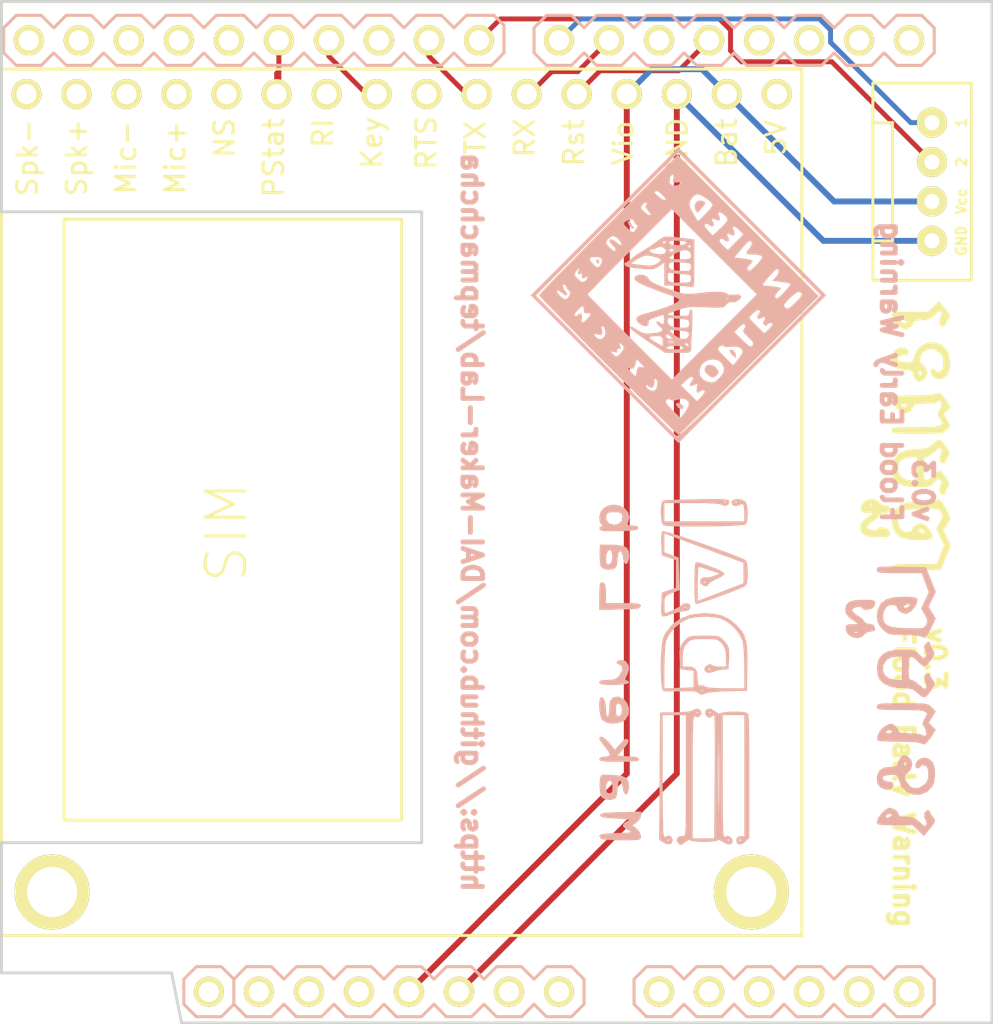
<source format=kicad_pcb>
(kicad_pcb (version 20171130) (host pcbnew "(5.1.12)-1")

  (general
    (thickness 1.6)
    (drawings 13)
    (tracks 59)
    (zones 0)
    (modules 6)
    (nets 41)
  )

  (page A4)
  (title_block
    (title Tepmachcha)
    (rev 0.1)
    (company "DAI Maker Lab")
  )

  (layers
    (0 F.Cu signal)
    (31 B.Cu signal)
    (32 B.Adhes user)
    (33 F.Adhes user)
    (34 B.Paste user)
    (35 F.Paste user)
    (36 B.SilkS user)
    (37 F.SilkS user)
    (38 B.Mask user)
    (39 F.Mask user)
    (40 Dwgs.User user)
    (41 Cmts.User user)
    (42 Eco1.User user)
    (43 Eco2.User user)
    (44 Edge.Cuts user)
    (45 Margin user)
    (46 B.CrtYd user)
    (47 F.CrtYd user)
    (48 B.Fab user)
    (49 F.Fab user)
  )

  (setup
    (last_trace_width 0.25)
    (trace_clearance 0.2)
    (zone_clearance 0.508)
    (zone_45_only no)
    (trace_min 0.2)
    (via_size 0.6)
    (via_drill 0.4)
    (via_min_size 0.4)
    (via_min_drill 0.3)
    (uvia_size 0.3)
    (uvia_drill 0.1)
    (uvias_allowed no)
    (uvia_min_size 0.2)
    (uvia_min_drill 0.1)
    (edge_width 0.15)
    (segment_width 0.2)
    (pcb_text_width 0.3)
    (pcb_text_size 1.5 1.5)
    (mod_edge_width 0.15)
    (mod_text_size 1 1)
    (mod_text_width 0.15)
    (pad_size 1.524 1.524)
    (pad_drill 0.762)
    (pad_to_mask_clearance 0.2)
    (aux_axis_origin 0 0)
    (visible_elements 7FFFFFFF)
    (pcbplotparams
      (layerselection 0x010f0_80000001)
      (usegerberextensions true)
      (usegerberattributes true)
      (usegerberadvancedattributes true)
      (creategerberjobfile true)
      (excludeedgelayer true)
      (linewidth 0.100000)
      (plotframeref false)
      (viasonmask false)
      (mode 1)
      (useauxorigin false)
      (hpglpennumber 1)
      (hpglpenspeed 20)
      (hpglpendiameter 15.000000)
      (psnegative false)
      (psa4output false)
      (plotreference true)
      (plotvalue true)
      (plotinvisibletext false)
      (padsonsilk false)
      (subtractmaskfromsilk false)
      (outputformat 1)
      (mirror false)
      (drillshape 0)
      (scaleselection 1)
      (outputdirectory ""))
  )

  (net 0 "")
  (net 1 "Net-(P1-Pad1)")
  (net 2 "Net-(P1-Pad2)")
  (net 3 VCC)
  (net 4 GND)
  (net 5 "Net-(SHIELD1-PadAD5)")
  (net 6 "Net-(SHIELD1-PadAD4)")
  (net 7 "Net-(SHIELD1-PadAD3)")
  (net 8 "Net-(SHIELD1-PadAD0)")
  (net 9 "Net-(SHIELD1-PadAD1)")
  (net 10 "Net-(SHIELD1-PadAD2)")
  (net 11 "Net-(SHIELD1-PadV_IN)")
  (net 12 "Net-(SHIELD1-PadGND2)")
  (net 13 "Net-(SHIELD1-Pad3V3)")
  (net 14 "Net-(SHIELD1-PadRST)")
  (net 15 "Net-(SHIELD1-Pad0)")
  (net 16 "Net-(SHIELD1-Pad1)")
  (net 17 "Net-(SHIELD1-Pad2)")
  (net 18 "Net-(SHIELD1-Pad3)")
  (net 19 "Net-(SHIELD1-Pad4)")
  (net 20 "Net-(SHIELD1-Pad5)")
  (net 21 "Net-(SHIELD1-Pad6)")
  (net 22 "Net-(SHIELD1-Pad9)")
  (net 23 "Net-(SHIELD1-Pad10)")
  (net 24 "Net-(SHIELD1-Pad11)")
  (net 25 "Net-(SHIELD1-Pad12)")
  (net 26 "Net-(SHIELD1-Pad13)")
  (net 27 "Net-(SHIELD1-PadGND3)")
  (net 28 "Net-(SHIELD1-PadAREF)")
  (net 29 "Net-(SHIELD1-PadSDA)")
  (net 30 "Net-(SHIELD1-PadSCL)")
  (net 31 "Net-(SHIELD1-PadIO_R)")
  (net 32 "Net-(SHIELD1-PadNC)")
  (net 33 "Net-(U1-Pad1)")
  (net 34 "Net-(U1-Pad8)")
  (net 35 "Net-(U1-Pad10)")
  (net 36 "Net-(U1-Pad12)")
  (net 37 "Net-(U1-Pad13)")
  (net 38 "Net-(U1-Pad14)")
  (net 39 "Net-(U1-Pad15)")
  (net 40 "Net-(U1-Pad16)")

  (net_class Default "This is the default net class."
    (clearance 0.2)
    (trace_width 0.25)
    (via_dia 0.6)
    (via_drill 0.4)
    (uvia_dia 0.3)
    (uvia_drill 0.1)
    (add_net "Net-(P1-Pad1)")
    (add_net "Net-(P1-Pad2)")
    (add_net "Net-(SHIELD1-Pad0)")
    (add_net "Net-(SHIELD1-Pad1)")
    (add_net "Net-(SHIELD1-Pad10)")
    (add_net "Net-(SHIELD1-Pad11)")
    (add_net "Net-(SHIELD1-Pad12)")
    (add_net "Net-(SHIELD1-Pad13)")
    (add_net "Net-(SHIELD1-Pad2)")
    (add_net "Net-(SHIELD1-Pad3)")
    (add_net "Net-(SHIELD1-Pad3V3)")
    (add_net "Net-(SHIELD1-Pad4)")
    (add_net "Net-(SHIELD1-Pad5)")
    (add_net "Net-(SHIELD1-Pad6)")
    (add_net "Net-(SHIELD1-Pad9)")
    (add_net "Net-(SHIELD1-PadAD0)")
    (add_net "Net-(SHIELD1-PadAD1)")
    (add_net "Net-(SHIELD1-PadAD2)")
    (add_net "Net-(SHIELD1-PadAD3)")
    (add_net "Net-(SHIELD1-PadAD4)")
    (add_net "Net-(SHIELD1-PadAD5)")
    (add_net "Net-(SHIELD1-PadAREF)")
    (add_net "Net-(SHIELD1-PadGND2)")
    (add_net "Net-(SHIELD1-PadGND3)")
    (add_net "Net-(SHIELD1-PadIO_R)")
    (add_net "Net-(SHIELD1-PadNC)")
    (add_net "Net-(SHIELD1-PadRST)")
    (add_net "Net-(SHIELD1-PadSCL)")
    (add_net "Net-(SHIELD1-PadSDA)")
    (add_net "Net-(SHIELD1-PadV_IN)")
    (add_net "Net-(U1-Pad1)")
    (add_net "Net-(U1-Pad10)")
    (add_net "Net-(U1-Pad12)")
    (add_net "Net-(U1-Pad13)")
    (add_net "Net-(U1-Pad14)")
    (add_net "Net-(U1-Pad15)")
    (add_net "Net-(U1-Pad16)")
    (add_net "Net-(U1-Pad8)")
  )

  (net_class Power ""
    (clearance 0.3)
    (trace_width 0.3)
    (via_dia 0.6)
    (via_drill 0.4)
    (uvia_dia 0.3)
    (uvia_drill 0.1)
    (add_net GND)
    (add_net VCC)
  )

  (module graphics:tepmachcha (layer B.Cu) (tedit 0) (tstamp 5756302A)
    (at 166.624 113.665 90)
    (fp_text reference G***_3 (at 0 0 90) (layer B.SilkS) hide
      (effects (font (size 1.524 1.524) (thickness 0.3)) (justify mirror))
    )
    (fp_text value LOGO (at 0.75 0 90) (layer B.SilkS) hide
      (effects (font (size 1.524 1.524) (thickness 0.3)) (justify mirror))
    )
    (fp_poly (pts (xy 6.109298 1.97604) (xy 6.731 1.724649) (xy 6.75443 0.481325) (xy 6.762488 -0.000524)
      (xy 6.763449 -0.338537) (xy 6.754281 -0.558163) (xy 6.73195 -0.68485) (xy 6.693425 -0.744049)
      (xy 6.635671 -0.761207) (xy 6.606264 -0.762) (xy 6.537176 -0.753357) (xy 6.489633 -0.709707)
      (xy 6.459623 -0.604469) (xy 6.443133 -0.41106) (xy 6.436153 -0.102897) (xy 6.434669 0.346602)
      (xy 6.434667 0.374917) (xy 6.434667 1.511834) (xy 5.466157 1.8742) (xy 4.640233 1.487358)
      (xy 4.328434 1.666806) (xy 4.110683 1.775921) (xy 3.958984 1.794321) (xy 3.816739 1.739273)
      (xy 3.722913 1.678906) (xy 3.665305 1.595791) (xy 3.636357 1.453146) (xy 3.628511 1.21419)
      (xy 3.634034 0.850104) (xy 3.654744 0.366534) (xy 3.697678 0.024176) (xy 3.771196 -0.204524)
      (xy 3.883655 -0.347119) (xy 4.020149 -0.422756) (xy 4.269476 -0.452267) (xy 4.534019 -0.391704)
      (xy 4.732972 -0.262401) (xy 4.759481 -0.227536) (xy 4.820074 -0.050116) (xy 4.812293 0.129667)
      (xy 4.744117 0.242822) (xy 4.703801 0.254) (xy 4.550265 0.326446) (xy 4.423959 0.496842)
      (xy 4.370243 0.694781) (xy 4.370484 0.696907) (xy 4.667679 0.696907) (xy 4.692684 0.603255)
      (xy 4.725251 0.592667) (xy 4.808788 0.663364) (xy 4.851797 0.766835) (xy 4.854388 0.89689)
      (xy 4.798171 0.907986) (xy 4.70883 0.824381) (xy 4.667679 0.696907) (xy 4.370484 0.696907)
      (xy 4.377667 0.760211) (xy 4.507793 0.988268) (xy 4.73352 1.184111) (xy 4.983533 1.286997)
      (xy 4.998448 1.288967) (xy 5.105206 1.292593) (xy 5.169371 1.250836) (xy 5.204228 1.129275)
      (xy 5.223064 0.89349) (xy 5.232181 0.683393) (xy 5.213182 0.130655) (xy 5.10312 -0.283295)
      (xy 4.897399 -0.565262) (xy 4.591422 -0.722052) (xy 4.255782 -0.762) (xy 3.988115 -0.739255)
      (xy 3.785536 -0.646541) (xy 3.589867 -0.474133) (xy 3.455852 -0.334397) (xy 3.371626 -0.211698)
      (xy 3.325625 -0.062507) (xy 3.306289 0.156706) (xy 3.302054 0.489469) (xy 3.302 0.6096)
      (xy 3.291245 1.024906) (xy 3.26086 1.327307) (xy 3.213665 1.491087) (xy 3.203988 1.503479)
      (xy 3.154827 1.621545) (xy 3.243336 1.753326) (xy 3.479579 1.909125) (xy 3.715678 2.027478)
      (xy 4.134736 2.223754) (xy 4.430782 2.040788) (xy 4.726829 1.857821) (xy 5.107212 2.042625)
      (xy 5.487595 2.22743) (xy 6.109298 1.97604)) (layer B.SilkS) (width 0.01))
    (fp_poly (pts (xy 0.982712 2.104064) (xy 1.005582 2.083762) (xy 1.162145 1.976512) (xy 1.2555 1.947334)
      (xy 1.344029 1.892306) (xy 1.338431 1.776198) (xy 1.2474 1.672468) (xy 1.221533 1.660363)
      (xy 1.044098 1.65654) (xy 0.918584 1.700157) (xy 0.726039 1.752311) (xy 0.614401 1.739478)
      (xy 0.551139 1.686796) (xy 0.58902 1.590691) (xy 0.741478 1.418184) (xy 0.748017 1.411428)
      (xy 0.911234 1.213014) (xy 1.006191 1.039501) (xy 1.016 0.990803) (xy 1.040475 0.914086)
      (xy 1.136888 0.870105) (xy 1.339719 0.850475) (xy 1.608667 0.846667) (xy 1.959408 0.859846)
      (xy 2.151477 0.90782) (xy 2.194078 1.00325) (xy 2.09642 1.158795) (xy 1.947334 1.312334)
      (xy 1.787812 1.487472) (xy 1.699535 1.627728) (xy 1.693334 1.65559) (xy 1.75858 1.756964)
      (xy 1.924604 1.902848) (xy 2.039609 1.984653) (xy 2.25345 2.117325) (xy 2.383176 2.16027)
      (xy 2.481364 2.123705) (xy 2.533109 2.08057) (xy 2.708685 1.973607) (xy 2.821834 1.947334)
      (xy 2.94735 1.904674) (xy 2.930981 1.794585) (xy 2.833447 1.690939) (xy 2.7029 1.626772)
      (xy 2.541782 1.670832) (xy 2.49307 1.695794) (xy 2.317524 1.763848) (xy 2.201577 1.7243)
      (xy 2.178456 1.702667) (xy 2.134495 1.60683) (xy 2.207702 1.487998) (xy 2.307167 1.395172)
      (xy 2.426514 1.278321) (xy 2.496241 1.153229) (xy 2.529527 0.971991) (xy 2.539549 0.686707)
      (xy 2.54 0.548829) (xy 2.523272 0.111431) (xy 2.464271 -0.200655) (xy 2.349777 -0.428939)
      (xy 2.170257 -0.61195) (xy 1.92993 -0.719625) (xy 1.609386 -0.758086) (xy 1.283295 -0.726551)
      (xy 1.02633 -0.624239) (xy 1.025895 -0.623934) (xy 0.793697 -0.361283) (xy 0.646919 0.031687)
      (xy 0.595722 0.508) (xy 1.016 0.508) (xy 1.016 0.182456) (xy 1.08127 -0.132484)
      (xy 1.251586 -0.351982) (xy 1.488704 -0.460562) (xy 1.754381 -0.442749) (xy 2.010376 -0.283065)
      (xy 2.053167 -0.237263) (xy 2.157781 -0.032039) (xy 2.201333 0.220878) (xy 2.201334 0.221047)
      (xy 2.201334 0.508) (xy 1.016 0.508) (xy 0.595722 0.508) (xy 0.59281 0.535085)
      (xy 0.592667 0.56475) (xy 0.581058 0.861411) (xy 0.529756 1.059804) (xy 0.414045 1.23033)
      (xy 0.325421 1.326) (xy 0.171206 1.51046) (xy 0.132357 1.656362) (xy 0.219963 1.796918)
      (xy 0.44511 1.965341) (xy 0.563934 2.040406) (xy 0.758201 2.149769) (xy 0.876666 2.168914)
      (xy 0.982712 2.104064)) (layer B.SilkS) (width 0.01))
    (fp_poly (pts (xy -1.153541 1.868505) (xy -0.868062 2.044941) (xy -0.582582 2.221377) (xy -0.375958 2.027264)
      (xy -0.297205 1.946935) (xy -0.241524 1.858866) (xy -0.204919 1.734209) (xy -0.183394 1.544119)
      (xy -0.172954 1.259751) (xy -0.169603 0.852259) (xy -0.169333 0.535575) (xy -0.170401 0.041409)
      (xy -0.17577 -0.308317) (xy -0.188688 -0.538493) (xy -0.212403 -0.674009) (xy -0.250163 -0.739754)
      (xy -0.305217 -0.760618) (xy -0.338666 -0.762) (xy -0.404628 -0.753464) (xy -0.4508 -0.710826)
      (xy -0.4807 -0.608532) (xy -0.497845 -0.421034) (xy -0.505751 -0.122781) (xy -0.507935 0.311779)
      (xy -0.508 0.468324) (xy -0.511986 0.995936) (xy -0.528471 1.372053) (xy -0.564245 1.614416)
      (xy -0.6261 1.740769) (xy -0.720826 1.768852) (xy -0.855213 1.716408) (xy -0.960885 1.651589)
      (xy -1.125478 1.562161) (xy -1.254875 1.574894) (xy -1.390405 1.654465) (xy -1.567621 1.732288)
      (xy -1.728307 1.747471) (xy -1.827043 1.70742) (xy -1.818407 1.619542) (xy -1.792158 1.588958)
      (xy -1.740144 1.454875) (xy -1.704807 1.201861) (xy -1.693333 0.9144) (xy -1.683479 0.587107)
      (xy -1.650683 0.403655) (xy -1.590095 0.339521) (xy -1.579455 0.338667) (xy -1.440871 0.280646)
      (xy -1.314289 0.171495) (xy -1.217598 0.031066) (xy -1.220231 -0.116728) (xy -1.270759 -0.255831)
      (xy -1.410019 -0.467375) (xy -1.610746 -0.636675) (xy -1.825224 -0.736548) (xy -2.005734 -0.739813)
      (xy -2.060222 -0.705555) (xy -2.082025 -0.60357) (xy -2.099913 -0.367228) (xy -2.106896 -0.17433)
      (xy -1.693333 -0.17433) (xy -1.66074 -0.2914) (xy -1.608666 -0.296333) (xy -1.530762 -0.173831)
      (xy -1.524 -0.122003) (xy -1.571339 -0.012576) (xy -1.608666 0) (xy -1.676792 -0.071125)
      (xy -1.693333 -0.17433) (xy -2.106896 -0.17433) (xy -2.112067 -0.031495) (xy -2.116664 0.368666)
      (xy -2.116666 0.378178) (xy -2.125275 0.888348) (xy -2.150549 1.253007) (xy -2.191662 1.462661)
      (xy -2.214678 1.503479) (xy -2.257842 1.628255) (xy -2.156751 1.783327) (xy -1.904052 1.97833)
      (xy -1.803455 2.042432) (xy -1.509279 2.224243) (xy -1.153541 1.868505)) (layer B.SilkS) (width 0.01))
    (fp_poly (pts (xy -3.465604 2.179276) (xy -3.179411 2.086539) (xy -2.998727 1.89452) (xy -2.957031 1.803758)
      (xy -2.922948 1.575238) (xy -3.005369 1.385572) (xy -3.1478 1.247235) (xy -3.308759 1.188994)
      (xy -3.433783 1.219411) (xy -3.471333 1.312334) (xy -3.422503 1.424956) (xy -3.380778 1.439334)
      (xy -3.320681 1.509473) (xy -3.317278 1.629834) (xy -3.364264 1.75531) (xy -3.490291 1.819415)
      (xy -3.703194 1.846321) (xy -3.971681 1.841013) (xy -4.162381 1.75823) (xy -4.274694 1.65967)
      (xy -4.451576 1.389295) (xy -4.475479 1.11478) (xy -4.354184 0.873145) (xy -4.095475 0.701404)
      (xy -4.071365 0.692588) (xy -3.882984 0.648266) (xy -3.823576 0.677334) (xy -3.344333 0.677334)
      (xy -3.325139 0.604851) (xy -3.264663 0.592667) (xy -3.148821 0.636872) (xy -3.132666 0.677334)
      (xy -3.193434 0.759577) (xy -3.212336 0.762) (xy -3.327004 0.700456) (xy -3.344333 0.677334)
      (xy -3.823576 0.677334) (xy -3.764485 0.706246) (xy -3.686626 0.810683) (xy -3.496029 0.977053)
      (xy -3.255987 1.030458) (xy -3.025303 0.972054) (xy -2.862783 0.803) (xy -2.858729 0.794388)
      (xy -2.804156 0.622453) (xy -2.859249 0.49921) (xy -2.959165 0.409684) (xy -3.136016 0.306714)
      (xy -3.27362 0.289973) (xy -3.34824 0.270682) (xy -3.382202 0.121701) (xy -3.386666 -0.026151)
      (xy -3.433452 -0.398491) (xy -3.578468 -0.636817) (xy -3.828703 -0.749766) (xy -3.982182 -0.762)
      (xy -4.23638 -0.732995) (xy -4.396943 -0.625693) (xy -4.449578 -0.555228) (xy -4.551849 -0.30869)
      (xy -4.539471 -0.093921) (xy -4.420317 0.044538) (xy -4.339166 0.069389) (xy -4.203354 0.061857)
      (xy -4.153358 -0.04484) (xy -4.148666 -0.154386) (xy -4.109911 -0.35407) (xy -4.024378 -0.45291)
      (xy -3.916735 -0.4708) (xy -3.852415 -0.399583) (xy -3.813769 -0.207563) (xy -3.797637 -0.045683)
      (xy -3.789365 0.171974) (xy -3.840596 0.279366) (xy -3.99016 0.334293) (xy -4.06337 0.34987)
      (xy -4.411919 0.495591) (xy -4.661203 0.746242) (xy -4.798141 1.06369) (xy -4.809656 1.409803)
      (xy -4.68267 1.746448) (xy -4.586223 1.874353) (xy -4.409539 2.040739) (xy -4.215808 2.13127)
      (xy -3.934478 2.176573) (xy -3.878699 2.181499) (xy -3.465604 2.179276)) (layer B.SilkS) (width 0.01))
    (fp_poly (pts (xy -6.017921 2.160842) (xy -5.926666 2.074334) (xy -5.782519 1.966743) (xy -5.704633 1.947334)
      (xy -5.601108 1.896682) (xy -5.603033 1.786289) (xy -5.698516 1.6785) (xy -5.761396 1.649711)
      (xy -5.955995 1.648031) (xy -6.056651 1.695811) (xy -6.229856 1.755964) (xy -6.320572 1.742431)
      (xy -6.391587 1.691914) (xy -6.365425 1.605139) (xy -6.228633 1.446741) (xy -6.19465 1.411428)
      (xy -6.018538 1.196071) (xy -5.941356 0.97986) (xy -5.926666 0.736803) (xy -5.910248 0.476035)
      (xy -5.855526 0.355186) (xy -5.804467 0.338667) (xy -5.64979 0.265898) (xy -5.524517 0.093952)
      (xy -5.472439 -0.107625) (xy -5.480496 -0.175814) (xy -5.588314 -0.362098) (xy -5.784297 -0.555706)
      (xy -6.007224 -0.705858) (xy -6.187163 -0.762) (xy -6.259332 -0.749537) (xy -6.306384 -0.692455)
      (xy -6.333627 -0.561211) (xy -6.346371 -0.326262) (xy -6.346583 -0.304222) (xy -5.955054 -0.304222)
      (xy -5.898838 -0.315318) (xy -5.797679 -0.212973) (xy -5.772292 -0.14115) (xy -5.783652 -0.018902)
      (xy -5.854736 -0.014607) (xy -5.933768 -0.118779) (xy -5.952463 -0.174168) (xy -5.955054 -0.304222)
      (xy -6.346583 -0.304222) (xy -6.349924 0.041932) (xy -6.35 0.144136) (xy -6.35 1.050272)
      (xy -6.625166 1.336306) (xy -6.900333 1.62234) (xy -6.561666 1.910577) (xy -6.313156 2.105598)
      (xy -6.143923 2.185922) (xy -6.017921 2.160842)) (layer B.SilkS) (width 0.01))
    (fp_poly (pts (xy 5.006699 -0.866954) (xy 5.052814 -0.950874) (xy 5.074419 -1.133012) (xy 5.07999 -1.447956)
      (xy 5.08 -1.468544) (xy 5.056699 -1.884867) (xy 4.978214 -2.159153) (xy 4.83167 -2.313329)
      (xy 4.604194 -2.369318) (xy 4.550312 -2.370666) (xy 4.358601 -2.320226) (xy 4.167454 -2.154332)
      (xy 3.952617 -1.85112) (xy 3.926432 -1.808338) (xy 3.867139 -1.733135) (xy 3.84209 -1.78458)
      (xy 3.841575 -1.983473) (xy 3.841766 -1.989666) (xy 3.834468 -2.213066) (xy 3.778008 -2.318924)
      (xy 3.66704 -2.354706) (xy 3.470578 -2.316483) (xy 3.307207 -2.206539) (xy 3.169008 -1.980648)
      (xy 3.147931 -1.813277) (xy 3.393351 -1.813277) (xy 3.408918 -1.923091) (xy 3.43782 -1.924402)
      (xy 3.458031 -1.811085) (xy 3.444504 -1.762125) (xy 3.406909 -1.730054) (xy 3.393351 -1.813277)
      (xy 3.147931 -1.813277) (xy 3.137015 -1.726602) (xy 3.211638 -1.506345) (xy 3.302 -1.419684)
      (xy 3.442158 -1.24013) (xy 3.471334 -1.074411) (xy 3.49383 -0.904201) (xy 3.587825 -0.855978)
      (xy 3.661834 -0.861944) (xy 3.806221 -0.926483) (xy 3.848998 -1.093944) (xy 3.848999 -1.121787)
      (xy 3.895016 -1.32414) (xy 3.984791 -1.398732) (xy 4.112662 -1.497871) (xy 4.254048 -1.687752)
      (xy 4.283765 -1.739709) (xy 4.419666 -1.930765) (xy 4.548813 -2.012864) (xy 4.571307 -2.012374)
      (xy 4.661157 -1.933123) (xy 4.718762 -1.779997) (xy 4.731223 -1.62224) (xy 4.685641 -1.529092)
      (xy 4.662291 -1.524) (xy 4.595154 -1.454194) (xy 4.574402 -1.29049) (xy 4.598688 -1.101456)
      (xy 4.666663 -0.955661) (xy 4.6736 -0.948266) (xy 4.843477 -0.858796) (xy 4.9276 -0.846666)
      (xy 5.006699 -0.866954)) (layer B.SilkS) (width 0.01))
  )

  (module graphics:tepmachcha (layer F.Cu) (tedit 0) (tstamp 57560FAD)
    (at 167.386 100.33 270)
    (fp_text reference G***_2 (at 0 0 270) (layer F.SilkS) hide
      (effects (font (size 1.524 1.524) (thickness 0.3)))
    )
    (fp_text value LOGO (at 0.75 0 270) (layer F.SilkS) hide
      (effects (font (size 1.524 1.524) (thickness 0.3)))
    )
    (fp_poly (pts (xy 6.109298 -1.97604) (xy 6.731 -1.724649) (xy 6.75443 -0.481325) (xy 6.762488 0.000524)
      (xy 6.763449 0.338537) (xy 6.754281 0.558163) (xy 6.73195 0.68485) (xy 6.693425 0.744049)
      (xy 6.635671 0.761207) (xy 6.606264 0.762) (xy 6.537176 0.753357) (xy 6.489633 0.709707)
      (xy 6.459623 0.604469) (xy 6.443133 0.41106) (xy 6.436153 0.102897) (xy 6.434669 -0.346602)
      (xy 6.434667 -0.374917) (xy 6.434667 -1.511834) (xy 5.466157 -1.8742) (xy 4.640233 -1.487358)
      (xy 4.328434 -1.666806) (xy 4.110683 -1.775921) (xy 3.958984 -1.794321) (xy 3.816739 -1.739273)
      (xy 3.722913 -1.678906) (xy 3.665305 -1.595791) (xy 3.636357 -1.453146) (xy 3.628511 -1.21419)
      (xy 3.634034 -0.850104) (xy 3.654744 -0.366534) (xy 3.697678 -0.024176) (xy 3.771196 0.204524)
      (xy 3.883655 0.347119) (xy 4.020149 0.422756) (xy 4.269476 0.452267) (xy 4.534019 0.391704)
      (xy 4.732972 0.262401) (xy 4.759481 0.227536) (xy 4.820074 0.050116) (xy 4.812293 -0.129667)
      (xy 4.744117 -0.242822) (xy 4.703801 -0.254) (xy 4.550265 -0.326446) (xy 4.423959 -0.496842)
      (xy 4.370243 -0.694781) (xy 4.370484 -0.696907) (xy 4.667679 -0.696907) (xy 4.692684 -0.603255)
      (xy 4.725251 -0.592667) (xy 4.808788 -0.663364) (xy 4.851797 -0.766835) (xy 4.854388 -0.89689)
      (xy 4.798171 -0.907986) (xy 4.70883 -0.824381) (xy 4.667679 -0.696907) (xy 4.370484 -0.696907)
      (xy 4.377667 -0.760211) (xy 4.507793 -0.988268) (xy 4.73352 -1.184111) (xy 4.983533 -1.286997)
      (xy 4.998448 -1.288967) (xy 5.105206 -1.292593) (xy 5.169371 -1.250836) (xy 5.204228 -1.129275)
      (xy 5.223064 -0.89349) (xy 5.232181 -0.683393) (xy 5.213182 -0.130655) (xy 5.10312 0.283295)
      (xy 4.897399 0.565262) (xy 4.591422 0.722052) (xy 4.255782 0.762) (xy 3.988115 0.739255)
      (xy 3.785536 0.646541) (xy 3.589867 0.474133) (xy 3.455852 0.334397) (xy 3.371626 0.211698)
      (xy 3.325625 0.062507) (xy 3.306289 -0.156706) (xy 3.302054 -0.489469) (xy 3.302 -0.6096)
      (xy 3.291245 -1.024906) (xy 3.26086 -1.327307) (xy 3.213665 -1.491087) (xy 3.203988 -1.503479)
      (xy 3.154827 -1.621545) (xy 3.243336 -1.753326) (xy 3.479579 -1.909125) (xy 3.715678 -2.027478)
      (xy 4.134736 -2.223754) (xy 4.430782 -2.040788) (xy 4.726829 -1.857821) (xy 5.107212 -2.042625)
      (xy 5.487595 -2.22743) (xy 6.109298 -1.97604)) (layer F.SilkS) (width 0.01))
    (fp_poly (pts (xy 0.982712 -2.104064) (xy 1.005582 -2.083762) (xy 1.162145 -1.976512) (xy 1.2555 -1.947334)
      (xy 1.344029 -1.892306) (xy 1.338431 -1.776198) (xy 1.2474 -1.672468) (xy 1.221533 -1.660363)
      (xy 1.044098 -1.65654) (xy 0.918584 -1.700157) (xy 0.726039 -1.752311) (xy 0.614401 -1.739478)
      (xy 0.551139 -1.686796) (xy 0.58902 -1.590691) (xy 0.741478 -1.418184) (xy 0.748017 -1.411428)
      (xy 0.911234 -1.213014) (xy 1.006191 -1.039501) (xy 1.016 -0.990803) (xy 1.040475 -0.914086)
      (xy 1.136888 -0.870105) (xy 1.339719 -0.850475) (xy 1.608667 -0.846667) (xy 1.959408 -0.859846)
      (xy 2.151477 -0.90782) (xy 2.194078 -1.00325) (xy 2.09642 -1.158795) (xy 1.947334 -1.312334)
      (xy 1.787812 -1.487472) (xy 1.699535 -1.627728) (xy 1.693334 -1.65559) (xy 1.75858 -1.756964)
      (xy 1.924604 -1.902848) (xy 2.039609 -1.984653) (xy 2.25345 -2.117325) (xy 2.383176 -2.16027)
      (xy 2.481364 -2.123705) (xy 2.533109 -2.08057) (xy 2.708685 -1.973607) (xy 2.821834 -1.947334)
      (xy 2.94735 -1.904674) (xy 2.930981 -1.794585) (xy 2.833447 -1.690939) (xy 2.7029 -1.626772)
      (xy 2.541782 -1.670832) (xy 2.49307 -1.695794) (xy 2.317524 -1.763848) (xy 2.201577 -1.7243)
      (xy 2.178456 -1.702667) (xy 2.134495 -1.60683) (xy 2.207702 -1.487998) (xy 2.307167 -1.395172)
      (xy 2.426514 -1.278321) (xy 2.496241 -1.153229) (xy 2.529527 -0.971991) (xy 2.539549 -0.686707)
      (xy 2.54 -0.548829) (xy 2.523272 -0.111431) (xy 2.464271 0.200655) (xy 2.349777 0.428939)
      (xy 2.170257 0.61195) (xy 1.92993 0.719625) (xy 1.609386 0.758086) (xy 1.283295 0.726551)
      (xy 1.02633 0.624239) (xy 1.025895 0.623934) (xy 0.793697 0.361283) (xy 0.646919 -0.031687)
      (xy 0.595722 -0.508) (xy 1.016 -0.508) (xy 1.016 -0.182456) (xy 1.08127 0.132484)
      (xy 1.251586 0.351982) (xy 1.488704 0.460562) (xy 1.754381 0.442749) (xy 2.010376 0.283065)
      (xy 2.053167 0.237263) (xy 2.157781 0.032039) (xy 2.201333 -0.220878) (xy 2.201334 -0.221047)
      (xy 2.201334 -0.508) (xy 1.016 -0.508) (xy 0.595722 -0.508) (xy 0.59281 -0.535085)
      (xy 0.592667 -0.56475) (xy 0.581058 -0.861411) (xy 0.529756 -1.059804) (xy 0.414045 -1.23033)
      (xy 0.325421 -1.326) (xy 0.171206 -1.51046) (xy 0.132357 -1.656362) (xy 0.219963 -1.796918)
      (xy 0.44511 -1.965341) (xy 0.563934 -2.040406) (xy 0.758201 -2.149769) (xy 0.876666 -2.168914)
      (xy 0.982712 -2.104064)) (layer F.SilkS) (width 0.01))
    (fp_poly (pts (xy -1.153541 -1.868505) (xy -0.868062 -2.044941) (xy -0.582582 -2.221377) (xy -0.375958 -2.027264)
      (xy -0.297205 -1.946935) (xy -0.241524 -1.858866) (xy -0.204919 -1.734209) (xy -0.183394 -1.544119)
      (xy -0.172954 -1.259751) (xy -0.169603 -0.852259) (xy -0.169333 -0.535575) (xy -0.170401 -0.041409)
      (xy -0.17577 0.308317) (xy -0.188688 0.538493) (xy -0.212403 0.674009) (xy -0.250163 0.739754)
      (xy -0.305217 0.760618) (xy -0.338666 0.762) (xy -0.404628 0.753464) (xy -0.4508 0.710826)
      (xy -0.4807 0.608532) (xy -0.497845 0.421034) (xy -0.505751 0.122781) (xy -0.507935 -0.311779)
      (xy -0.508 -0.468324) (xy -0.511986 -0.995936) (xy -0.528471 -1.372053) (xy -0.564245 -1.614416)
      (xy -0.6261 -1.740769) (xy -0.720826 -1.768852) (xy -0.855213 -1.716408) (xy -0.960885 -1.651589)
      (xy -1.125478 -1.562161) (xy -1.254875 -1.574894) (xy -1.390405 -1.654465) (xy -1.567621 -1.732288)
      (xy -1.728307 -1.747471) (xy -1.827043 -1.70742) (xy -1.818407 -1.619542) (xy -1.792158 -1.588958)
      (xy -1.740144 -1.454875) (xy -1.704807 -1.201861) (xy -1.693333 -0.9144) (xy -1.683479 -0.587107)
      (xy -1.650683 -0.403655) (xy -1.590095 -0.339521) (xy -1.579455 -0.338667) (xy -1.440871 -0.280646)
      (xy -1.314289 -0.171495) (xy -1.217598 -0.031066) (xy -1.220231 0.116728) (xy -1.270759 0.255831)
      (xy -1.410019 0.467375) (xy -1.610746 0.636675) (xy -1.825224 0.736548) (xy -2.005734 0.739813)
      (xy -2.060222 0.705555) (xy -2.082025 0.60357) (xy -2.099913 0.367228) (xy -2.106896 0.17433)
      (xy -1.693333 0.17433) (xy -1.66074 0.2914) (xy -1.608666 0.296333) (xy -1.530762 0.173831)
      (xy -1.524 0.122003) (xy -1.571339 0.012576) (xy -1.608666 0) (xy -1.676792 0.071125)
      (xy -1.693333 0.17433) (xy -2.106896 0.17433) (xy -2.112067 0.031495) (xy -2.116664 -0.368666)
      (xy -2.116666 -0.378178) (xy -2.125275 -0.888348) (xy -2.150549 -1.253007) (xy -2.191662 -1.462661)
      (xy -2.214678 -1.503479) (xy -2.257842 -1.628255) (xy -2.156751 -1.783327) (xy -1.904052 -1.97833)
      (xy -1.803455 -2.042432) (xy -1.509279 -2.224243) (xy -1.153541 -1.868505)) (layer F.SilkS) (width 0.01))
    (fp_poly (pts (xy -3.465604 -2.179276) (xy -3.179411 -2.086539) (xy -2.998727 -1.89452) (xy -2.957031 -1.803758)
      (xy -2.922948 -1.575238) (xy -3.005369 -1.385572) (xy -3.1478 -1.247235) (xy -3.308759 -1.188994)
      (xy -3.433783 -1.219411) (xy -3.471333 -1.312334) (xy -3.422503 -1.424956) (xy -3.380778 -1.439334)
      (xy -3.320681 -1.509473) (xy -3.317278 -1.629834) (xy -3.364264 -1.75531) (xy -3.490291 -1.819415)
      (xy -3.703194 -1.846321) (xy -3.971681 -1.841013) (xy -4.162381 -1.75823) (xy -4.274694 -1.65967)
      (xy -4.451576 -1.389295) (xy -4.475479 -1.11478) (xy -4.354184 -0.873145) (xy -4.095475 -0.701404)
      (xy -4.071365 -0.692588) (xy -3.882984 -0.648266) (xy -3.823576 -0.677334) (xy -3.344333 -0.677334)
      (xy -3.325139 -0.604851) (xy -3.264663 -0.592667) (xy -3.148821 -0.636872) (xy -3.132666 -0.677334)
      (xy -3.193434 -0.759577) (xy -3.212336 -0.762) (xy -3.327004 -0.700456) (xy -3.344333 -0.677334)
      (xy -3.823576 -0.677334) (xy -3.764485 -0.706246) (xy -3.686626 -0.810683) (xy -3.496029 -0.977053)
      (xy -3.255987 -1.030458) (xy -3.025303 -0.972054) (xy -2.862783 -0.803) (xy -2.858729 -0.794388)
      (xy -2.804156 -0.622453) (xy -2.859249 -0.49921) (xy -2.959165 -0.409684) (xy -3.136016 -0.306714)
      (xy -3.27362 -0.289973) (xy -3.34824 -0.270682) (xy -3.382202 -0.121701) (xy -3.386666 0.026151)
      (xy -3.433452 0.398491) (xy -3.578468 0.636817) (xy -3.828703 0.749766) (xy -3.982182 0.762)
      (xy -4.23638 0.732995) (xy -4.396943 0.625693) (xy -4.449578 0.555228) (xy -4.551849 0.30869)
      (xy -4.539471 0.093921) (xy -4.420317 -0.044538) (xy -4.339166 -0.069389) (xy -4.203354 -0.061857)
      (xy -4.153358 0.04484) (xy -4.148666 0.154386) (xy -4.109911 0.35407) (xy -4.024378 0.45291)
      (xy -3.916735 0.4708) (xy -3.852415 0.399583) (xy -3.813769 0.207563) (xy -3.797637 0.045683)
      (xy -3.789365 -0.171974) (xy -3.840596 -0.279366) (xy -3.99016 -0.334293) (xy -4.06337 -0.34987)
      (xy -4.411919 -0.495591) (xy -4.661203 -0.746242) (xy -4.798141 -1.06369) (xy -4.809656 -1.409803)
      (xy -4.68267 -1.746448) (xy -4.586223 -1.874353) (xy -4.409539 -2.040739) (xy -4.215808 -2.13127)
      (xy -3.934478 -2.176573) (xy -3.878699 -2.181499) (xy -3.465604 -2.179276)) (layer F.SilkS) (width 0.01))
    (fp_poly (pts (xy -6.017921 -2.160842) (xy -5.926666 -2.074334) (xy -5.782519 -1.966743) (xy -5.704633 -1.947334)
      (xy -5.601108 -1.896682) (xy -5.603033 -1.786289) (xy -5.698516 -1.6785) (xy -5.761396 -1.649711)
      (xy -5.955995 -1.648031) (xy -6.056651 -1.695811) (xy -6.229856 -1.755964) (xy -6.320572 -1.742431)
      (xy -6.391587 -1.691914) (xy -6.365425 -1.605139) (xy -6.228633 -1.446741) (xy -6.19465 -1.411428)
      (xy -6.018538 -1.196071) (xy -5.941356 -0.97986) (xy -5.926666 -0.736803) (xy -5.910248 -0.476035)
      (xy -5.855526 -0.355186) (xy -5.804467 -0.338667) (xy -5.64979 -0.265898) (xy -5.524517 -0.093952)
      (xy -5.472439 0.107625) (xy -5.480496 0.175814) (xy -5.588314 0.362098) (xy -5.784297 0.555706)
      (xy -6.007224 0.705858) (xy -6.187163 0.762) (xy -6.259332 0.749537) (xy -6.306384 0.692455)
      (xy -6.333627 0.561211) (xy -6.346371 0.326262) (xy -6.346583 0.304222) (xy -5.955054 0.304222)
      (xy -5.898838 0.315318) (xy -5.797679 0.212973) (xy -5.772292 0.14115) (xy -5.783652 0.018902)
      (xy -5.854736 0.014607) (xy -5.933768 0.118779) (xy -5.952463 0.174168) (xy -5.955054 0.304222)
      (xy -6.346583 0.304222) (xy -6.349924 -0.041932) (xy -6.35 -0.144136) (xy -6.35 -1.050272)
      (xy -6.625166 -1.336306) (xy -6.900333 -1.62234) (xy -6.561666 -1.910577) (xy -6.313156 -2.105598)
      (xy -6.143923 -2.185922) (xy -6.017921 -2.160842)) (layer F.SilkS) (width 0.01))
    (fp_poly (pts (xy 5.006699 0.866954) (xy 5.052814 0.950874) (xy 5.074419 1.133012) (xy 5.07999 1.447956)
      (xy 5.08 1.468544) (xy 5.056699 1.884867) (xy 4.978214 2.159153) (xy 4.83167 2.313329)
      (xy 4.604194 2.369318) (xy 4.550312 2.370666) (xy 4.358601 2.320226) (xy 4.167454 2.154332)
      (xy 3.952617 1.85112) (xy 3.926432 1.808338) (xy 3.867139 1.733135) (xy 3.84209 1.78458)
      (xy 3.841575 1.983473) (xy 3.841766 1.989666) (xy 3.834468 2.213066) (xy 3.778008 2.318924)
      (xy 3.66704 2.354706) (xy 3.470578 2.316483) (xy 3.307207 2.206539) (xy 3.169008 1.980648)
      (xy 3.147931 1.813277) (xy 3.393351 1.813277) (xy 3.408918 1.923091) (xy 3.43782 1.924402)
      (xy 3.458031 1.811085) (xy 3.444504 1.762125) (xy 3.406909 1.730054) (xy 3.393351 1.813277)
      (xy 3.147931 1.813277) (xy 3.137015 1.726602) (xy 3.211638 1.506345) (xy 3.302 1.419684)
      (xy 3.442158 1.24013) (xy 3.471334 1.074411) (xy 3.49383 0.904201) (xy 3.587825 0.855978)
      (xy 3.661834 0.861944) (xy 3.806221 0.926483) (xy 3.848998 1.093944) (xy 3.848999 1.121787)
      (xy 3.895016 1.32414) (xy 3.984791 1.398732) (xy 4.112662 1.497871) (xy 4.254048 1.687752)
      (xy 4.283765 1.739709) (xy 4.419666 1.930765) (xy 4.548813 2.012864) (xy 4.571307 2.012374)
      (xy 4.661157 1.933123) (xy 4.718762 1.779997) (xy 4.731223 1.62224) (xy 4.685641 1.529092)
      (xy 4.662291 1.524) (xy 4.595154 1.454194) (xy 4.574402 1.29049) (xy 4.598688 1.101456)
      (xy 4.666663 0.955661) (xy 4.6736 0.948266) (xy 4.843477 0.858796) (xy 4.9276 0.846666)
      (xy 5.006699 0.866954)) (layer F.SilkS) (width 0.01))
  )

  (module DAI_Maker_Lab_footprints:Grove_straight (layer F.Cu) (tedit 57680D84) (tstamp 573C959E)
    (at 168.656 87.376 270)
    (path /573C7E67)
    (fp_text reference P1 (at 0 4 270) (layer F.SilkS) hide
      (effects (font (size 1 1) (thickness 0.15)))
    )
    (fp_text value CONN_01X04 (at 0 -3 270) (layer F.Fab) hide
      (effects (font (size 1 1) (thickness 0.15)))
    )
    (fp_line (start -5 3) (end -5 -2) (layer F.SilkS) (width 0.15))
    (fp_line (start 5 3) (end -5 3) (layer F.SilkS) (width 0.15))
    (fp_line (start 5 -2) (end 5 3) (layer F.SilkS) (width 0.15))
    (fp_line (start -5 -2) (end 5 -2) (layer F.SilkS) (width 0.15))
    (fp_line (start 3 2) (end 3 3) (layer F.SilkS) (width 0.15))
    (fp_line (start -3 2) (end 3 2) (layer F.SilkS) (width 0.15))
    (fp_line (start -3 3) (end -3 2) (layer F.SilkS) (width 0.15))
    (fp_text user GND (at 3 -1.5 270) (layer F.SilkS)
      (effects (font (size 0.5 0.5) (thickness 0.125)))
    )
    (fp_text user Vcc (at 1 -1.5 270) (layer F.SilkS)
      (effects (font (size 0.5 0.5) (thickness 0.125)))
    )
    (fp_text user 2 (at -1 -1.5 270) (layer F.SilkS)
      (effects (font (size 0.5 0.5) (thickness 0.125)))
    )
    (fp_text user 1 (at -3 -1.5 270) (layer F.SilkS)
      (effects (font (size 0.5 0.5) (thickness 0.125)))
    )
    (pad 1 thru_hole circle (at -3 0 270) (size 1.524 1.524) (drill 0.762) (layers *.Cu *.Mask F.SilkS)
      (net 1 "Net-(P1-Pad1)"))
    (pad 2 thru_hole circle (at -1 0 270) (size 1.524 1.524) (drill 0.762) (layers *.Cu *.Mask F.SilkS)
      (net 2 "Net-(P1-Pad2)"))
    (pad 3 thru_hole circle (at 1 0 270) (size 1.524 1.524) (drill 0.762) (layers *.Cu *.Mask F.SilkS)
      (net 3 VCC))
    (pad 4 thru_hole circle (at 3 0 270) (size 1.524 1.524) (drill 0.762) (layers *.Cu *.Mask F.SilkS)
      (net 4 GND))
  )

  (module DAI_Maker_Lab_footprints:ARDUINO locked (layer F.Cu) (tedit 573C8890) (tstamp 573C975A)
    (at 148.501 105.004)
    (descr test)
    (path /573C763B)
    (fp_text reference SHIELD1 (at -3.5 20 180) (layer F.SilkS) hide
      (effects (font (size 1.524 1.524) (thickness 0.3048)))
    )
    (fp_text value ARDUINO_SHIELD (at -1.5 -29) (layer F.SilkS) hide
      (effects (font (size 1.524 1.524) (thickness 0.3048)))
    )
    (fp_line (start -15.29 24.095) (end -15.925 24.73) (layer B.SilkS) (width 0.15))
    (fp_line (start -15.29 22.825) (end -15.29 24.095) (layer B.SilkS) (width 0.15))
    (fp_line (start -15.925 22.19) (end -15.29 22.825) (layer B.SilkS) (width 0.15))
    (fp_line (start -17.195 22.19) (end -15.925 22.19) (layer B.SilkS) (width 0.15))
    (fp_line (start -17.83 22.825) (end -17.195 22.19) (layer B.SilkS) (width 0.15))
    (fp_line (start -17.83 24.095) (end -17.83 22.825) (layer B.SilkS) (width 0.15))
    (fp_line (start -17.195 24.73) (end -17.83 24.095) (layer B.SilkS) (width 0.15))
    (fp_line (start -15.925 24.73) (end -17.195 24.73) (layer B.SilkS) (width 0.15))
    (fp_line (start -4.495 22.19) (end -3.225 22.19) (layer B.SilkS) (width 0.15))
    (fp_line (start -5.13 22.825) (end -4.495 22.19) (layer B.SilkS) (width 0.15))
    (fp_line (start -5.765 22.19) (end -5.13 22.825) (layer B.SilkS) (width 0.15))
    (fp_line (start -7.035 22.19) (end -5.765 22.19) (layer B.SilkS) (width 0.15))
    (fp_line (start -7.67 22.825) (end -7.035 22.19) (layer B.SilkS) (width 0.15))
    (fp_line (start -8.305 22.19) (end -7.67 22.825) (layer B.SilkS) (width 0.15))
    (fp_line (start -9.575 22.19) (end -8.305 22.19) (layer B.SilkS) (width 0.15))
    (fp_line (start -10.21 22.825) (end -9.575 22.19) (layer B.SilkS) (width 0.15))
    (fp_line (start -10.845 22.19) (end -10.21 22.825) (layer B.SilkS) (width 0.15))
    (fp_line (start -12.115 22.19) (end -10.845 22.19) (layer B.SilkS) (width 0.15))
    (fp_line (start -12.75 22.825) (end -12.115 22.19) (layer B.SilkS) (width 0.15))
    (fp_line (start -13.385 22.19) (end -12.75 22.825) (layer B.SilkS) (width 0.15))
    (fp_line (start -14.655 22.19) (end -13.385 22.19) (layer B.SilkS) (width 0.15))
    (fp_line (start -15.29 22.825) (end -14.655 22.19) (layer B.SilkS) (width 0.15))
    (fp_line (start -5.13 24.095) (end -5.765 24.73) (layer B.SilkS) (width 0.15))
    (fp_line (start -4.495 24.73) (end -5.13 24.095) (layer B.SilkS) (width 0.15))
    (fp_line (start -3.225 24.73) (end -4.495 24.73) (layer B.SilkS) (width 0.15))
    (fp_line (start -2.59 24.095) (end -3.225 24.73) (layer B.SilkS) (width 0.15))
    (fp_line (start -1.955 24.73) (end -2.59 24.095) (layer B.SilkS) (width 0.15))
    (fp_line (start -0.685 24.73) (end -1.955 24.73) (layer B.SilkS) (width 0.15))
    (fp_line (start -0.05 24.095) (end -0.685 24.73) (layer B.SilkS) (width 0.15))
    (fp_line (start 0.585 24.73) (end -0.05 24.095) (layer B.SilkS) (width 0.15))
    (fp_line (start 1.855 24.73) (end 0.585 24.73) (layer B.SilkS) (width 0.15))
    (fp_line (start 2.49 24.095) (end 1.855 24.73) (layer B.SilkS) (width 0.15))
    (fp_line (start 2.49 22.825) (end 2.49 24.095) (layer B.SilkS) (width 0.15))
    (fp_line (start 1.855 22.19) (end 2.49 22.825) (layer B.SilkS) (width 0.15))
    (fp_line (start 0.585 22.19) (end 1.855 22.19) (layer B.SilkS) (width 0.15))
    (fp_line (start -0.05 22.825) (end 0.585 22.19) (layer B.SilkS) (width 0.15))
    (fp_line (start -0.685 22.19) (end -0.05 22.825) (layer B.SilkS) (width 0.15))
    (fp_line (start -1.955 22.19) (end -0.685 22.19) (layer B.SilkS) (width 0.15))
    (fp_line (start -2.59 22.825) (end -1.955 22.19) (layer B.SilkS) (width 0.15))
    (fp_line (start -3.225 22.19) (end -2.59 22.825) (layer B.SilkS) (width 0.15))
    (fp_line (start -12.115 24.73) (end -12.75 24.095) (layer B.SilkS) (width 0.15))
    (fp_line (start -10.21 24.095) (end -10.845 24.73) (layer B.SilkS) (width 0.15))
    (fp_line (start -9.575 24.73) (end -10.21 24.095) (layer B.SilkS) (width 0.15))
    (fp_line (start -8.305 24.73) (end -9.575 24.73) (layer B.SilkS) (width 0.15))
    (fp_line (start -7.67 24.095) (end -8.305 24.73) (layer B.SilkS) (width 0.15))
    (fp_line (start -7.035 24.73) (end -7.67 24.095) (layer B.SilkS) (width 0.15))
    (fp_line (start -5.765 24.73) (end -7.035 24.73) (layer B.SilkS) (width 0.15))
    (fp_line (start -12.115 24.73) (end -10.845 24.73) (layer B.SilkS) (width 0.15))
    (fp_line (start -14.655 24.73) (end -15.29 24.095) (layer B.SilkS) (width 0.15))
    (fp_line (start -13.385 24.73) (end -14.655 24.73) (layer B.SilkS) (width 0.15))
    (fp_line (start -12.75 24.095) (end -13.385 24.73) (layer B.SilkS) (width 0.15))
    (fp_line (start 7.57 24.095) (end 8.205 24.73) (layer B.SilkS) (width 0.15))
    (fp_line (start 6.935 24.73) (end 7.57 24.095) (layer B.SilkS) (width 0.15))
    (fp_line (start 5.665 24.73) (end 6.935 24.73) (layer B.SilkS) (width 0.15))
    (fp_line (start 5.03 24.095) (end 5.665 24.73) (layer B.SilkS) (width 0.15))
    (fp_line (start 5.03 22.825) (end 5.03 24.095) (layer B.SilkS) (width 0.15))
    (fp_line (start 12.015 24.73) (end 12.65 24.095) (layer B.SilkS) (width 0.15))
    (fp_line (start 10.745 24.73) (end 12.015 24.73) (layer B.SilkS) (width 0.15))
    (fp_line (start 10.11 24.095) (end 10.745 24.73) (layer B.SilkS) (width 0.15))
    (fp_line (start 9.475 24.73) (end 10.11 24.095) (layer B.SilkS) (width 0.15))
    (fp_line (start 8.205 24.73) (end 9.475 24.73) (layer B.SilkS) (width 0.15))
    (fp_line (start 12.65 22.825) (end 12.015 22.19) (layer B.SilkS) (width 0.15))
    (fp_line (start 13.285 22.19) (end 12.65 22.825) (layer B.SilkS) (width 0.15))
    (fp_line (start 15.19 22.825) (end 14.555 22.19) (layer B.SilkS) (width 0.15))
    (fp_line (start 15.825 22.19) (end 15.19 22.825) (layer B.SilkS) (width 0.15))
    (fp_line (start 17.095 22.19) (end 15.825 22.19) (layer B.SilkS) (width 0.15))
    (fp_line (start 17.73 22.825) (end 17.095 22.19) (layer B.SilkS) (width 0.15))
    (fp_line (start 18.365 22.19) (end 17.73 22.825) (layer B.SilkS) (width 0.15))
    (fp_line (start 19.635 22.19) (end 18.365 22.19) (layer B.SilkS) (width 0.15))
    (fp_line (start 20.27 22.825) (end 19.635 22.19) (layer B.SilkS) (width 0.15))
    (fp_line (start 20.27 24.095) (end 20.27 22.825) (layer B.SilkS) (width 0.15))
    (fp_line (start 19.635 24.73) (end 20.27 24.095) (layer B.SilkS) (width 0.15))
    (fp_line (start 18.365 24.73) (end 19.635 24.73) (layer B.SilkS) (width 0.15))
    (fp_line (start 17.73 24.095) (end 18.365 24.73) (layer B.SilkS) (width 0.15))
    (fp_line (start 17.095 24.73) (end 17.73 24.095) (layer B.SilkS) (width 0.15))
    (fp_line (start 15.825 24.73) (end 17.095 24.73) (layer B.SilkS) (width 0.15))
    (fp_line (start 15.19 24.095) (end 15.825 24.73) (layer B.SilkS) (width 0.15))
    (fp_line (start 14.555 24.73) (end 15.19 24.095) (layer B.SilkS) (width 0.15))
    (fp_line (start 13.285 24.73) (end 14.555 24.73) (layer B.SilkS) (width 0.15))
    (fp_line (start 12.65 24.095) (end 13.285 24.73) (layer B.SilkS) (width 0.15))
    (fp_line (start 13.285 22.19) (end 14.555 22.19) (layer B.SilkS) (width 0.15))
    (fp_line (start 5.665 22.19) (end 5.03 22.825) (layer B.SilkS) (width 0.15))
    (fp_line (start 6.935 22.19) (end 5.665 22.19) (layer B.SilkS) (width 0.15))
    (fp_line (start 7.57 22.825) (end 6.935 22.19) (layer B.SilkS) (width 0.15))
    (fp_line (start 8.205 22.19) (end 7.57 22.825) (layer B.SilkS) (width 0.15))
    (fp_line (start 9.475 22.19) (end 8.205 22.19) (layer B.SilkS) (width 0.15))
    (fp_line (start 10.11 22.825) (end 9.475 22.19) (layer B.SilkS) (width 0.15))
    (fp_line (start 10.745 22.19) (end 10.11 22.825) (layer B.SilkS) (width 0.15))
    (fp_line (start 12.015 22.19) (end 10.745 22.19) (layer B.SilkS) (width 0.15))
    (fp_line (start -15.29 24.095) (end -15.925 24.73) (layer F.SilkS) (width 0.15))
    (fp_line (start -15.29 22.825) (end -15.29 24.095) (layer F.SilkS) (width 0.15))
    (fp_line (start -15.925 22.19) (end -15.29 22.825) (layer F.SilkS) (width 0.15))
    (fp_line (start -17.195 22.19) (end -15.925 22.19) (layer F.SilkS) (width 0.15))
    (fp_line (start -17.83 22.825) (end -17.195 22.19) (layer F.SilkS) (width 0.15))
    (fp_line (start -17.83 24.095) (end -17.83 22.825) (layer F.SilkS) (width 0.15))
    (fp_line (start -17.195 24.73) (end -17.83 24.095) (layer F.SilkS) (width 0.15))
    (fp_line (start -15.925 24.73) (end -17.195 24.73) (layer F.SilkS) (width 0.15))
    (fp_line (start -4.495 22.19) (end -3.225 22.19) (layer F.SilkS) (width 0.15))
    (fp_line (start -5.13 22.825) (end -4.495 22.19) (layer F.SilkS) (width 0.15))
    (fp_line (start -5.765 22.19) (end -5.13 22.825) (layer F.SilkS) (width 0.15))
    (fp_line (start -7.035 22.19) (end -5.765 22.19) (layer F.SilkS) (width 0.15))
    (fp_line (start -7.67 22.825) (end -7.035 22.19) (layer F.SilkS) (width 0.15))
    (fp_line (start -8.305 22.19) (end -7.67 22.825) (layer F.SilkS) (width 0.15))
    (fp_line (start -9.575 22.19) (end -8.305 22.19) (layer F.SilkS) (width 0.15))
    (fp_line (start -10.21 22.825) (end -9.575 22.19) (layer F.SilkS) (width 0.15))
    (fp_line (start -10.845 22.19) (end -10.21 22.825) (layer F.SilkS) (width 0.15))
    (fp_line (start -12.115 22.19) (end -10.845 22.19) (layer F.SilkS) (width 0.15))
    (fp_line (start -12.75 22.825) (end -12.115 22.19) (layer F.SilkS) (width 0.15))
    (fp_line (start -13.385 22.19) (end -12.75 22.825) (layer F.SilkS) (width 0.15))
    (fp_line (start -14.655 22.19) (end -13.385 22.19) (layer F.SilkS) (width 0.15))
    (fp_line (start -15.29 22.825) (end -14.655 22.19) (layer F.SilkS) (width 0.15))
    (fp_line (start -5.13 24.095) (end -5.765 24.73) (layer F.SilkS) (width 0.15))
    (fp_line (start -4.495 24.73) (end -5.13 24.095) (layer F.SilkS) (width 0.15))
    (fp_line (start -3.225 24.73) (end -4.495 24.73) (layer F.SilkS) (width 0.15))
    (fp_line (start -2.59 24.095) (end -3.225 24.73) (layer F.SilkS) (width 0.15))
    (fp_line (start -1.955 24.73) (end -2.59 24.095) (layer F.SilkS) (width 0.15))
    (fp_line (start -0.685 24.73) (end -1.955 24.73) (layer F.SilkS) (width 0.15))
    (fp_line (start -0.05 24.095) (end -0.685 24.73) (layer F.SilkS) (width 0.15))
    (fp_line (start 0.585 24.73) (end -0.05 24.095) (layer F.SilkS) (width 0.15))
    (fp_line (start 1.855 24.73) (end 0.585 24.73) (layer F.SilkS) (width 0.15))
    (fp_line (start 2.49 24.095) (end 1.855 24.73) (layer F.SilkS) (width 0.15))
    (fp_line (start 2.49 22.825) (end 2.49 24.095) (layer F.SilkS) (width 0.15))
    (fp_line (start 1.855 22.19) (end 2.49 22.825) (layer F.SilkS) (width 0.15))
    (fp_line (start 0.585 22.19) (end 1.855 22.19) (layer F.SilkS) (width 0.15))
    (fp_line (start -0.05 22.825) (end 0.585 22.19) (layer F.SilkS) (width 0.15))
    (fp_line (start -0.685 22.19) (end -0.05 22.825) (layer F.SilkS) (width 0.15))
    (fp_line (start -1.955 22.19) (end -0.685 22.19) (layer F.SilkS) (width 0.15))
    (fp_line (start -2.59 22.825) (end -1.955 22.19) (layer F.SilkS) (width 0.15))
    (fp_line (start -3.225 22.19) (end -2.59 22.825) (layer F.SilkS) (width 0.15))
    (fp_line (start -12.115 24.73) (end -12.75 24.095) (layer F.SilkS) (width 0.15))
    (fp_line (start -10.21 24.095) (end -10.845 24.73) (layer F.SilkS) (width 0.15))
    (fp_line (start -9.575 24.73) (end -10.21 24.095) (layer F.SilkS) (width 0.15))
    (fp_line (start -8.305 24.73) (end -9.575 24.73) (layer F.SilkS) (width 0.15))
    (fp_line (start -7.67 24.095) (end -8.305 24.73) (layer F.SilkS) (width 0.15))
    (fp_line (start -7.035 24.73) (end -7.67 24.095) (layer F.SilkS) (width 0.15))
    (fp_line (start -5.765 24.73) (end -7.035 24.73) (layer F.SilkS) (width 0.15))
    (fp_line (start -12.115 24.73) (end -10.845 24.73) (layer F.SilkS) (width 0.15))
    (fp_line (start -14.655 24.73) (end -15.29 24.095) (layer F.SilkS) (width 0.15))
    (fp_line (start -13.385 24.73) (end -14.655 24.73) (layer F.SilkS) (width 0.15))
    (fp_line (start -12.75 24.095) (end -13.385 24.73) (layer F.SilkS) (width 0.15))
    (fp_line (start 7.57 24.095) (end 8.205 24.73) (layer F.SilkS) (width 0.15))
    (fp_line (start 6.935 24.73) (end 7.57 24.095) (layer F.SilkS) (width 0.15))
    (fp_line (start 5.665 24.73) (end 6.935 24.73) (layer F.SilkS) (width 0.15))
    (fp_line (start 5.03 24.095) (end 5.665 24.73) (layer F.SilkS) (width 0.15))
    (fp_line (start 5.03 22.825) (end 5.03 24.095) (layer F.SilkS) (width 0.15))
    (fp_line (start 12.015 24.73) (end 12.65 24.095) (layer F.SilkS) (width 0.15))
    (fp_line (start 10.745 24.73) (end 12.015 24.73) (layer F.SilkS) (width 0.15))
    (fp_line (start 10.11 24.095) (end 10.745 24.73) (layer F.SilkS) (width 0.15))
    (fp_line (start 9.475 24.73) (end 10.11 24.095) (layer F.SilkS) (width 0.15))
    (fp_line (start 8.205 24.73) (end 9.475 24.73) (layer F.SilkS) (width 0.15))
    (fp_line (start 12.65 22.825) (end 12.015 22.19) (layer F.SilkS) (width 0.15))
    (fp_line (start 13.285 22.19) (end 12.65 22.825) (layer F.SilkS) (width 0.15))
    (fp_line (start 15.19 22.825) (end 14.555 22.19) (layer F.SilkS) (width 0.15))
    (fp_line (start 15.825 22.19) (end 15.19 22.825) (layer F.SilkS) (width 0.15))
    (fp_line (start 17.095 22.19) (end 15.825 22.19) (layer F.SilkS) (width 0.15))
    (fp_line (start 17.73 22.825) (end 17.095 22.19) (layer F.SilkS) (width 0.15))
    (fp_line (start 18.365 22.19) (end 17.73 22.825) (layer F.SilkS) (width 0.15))
    (fp_line (start 19.635 22.19) (end 18.365 22.19) (layer F.SilkS) (width 0.15))
    (fp_line (start 20.27 22.825) (end 19.635 22.19) (layer F.SilkS) (width 0.15))
    (fp_line (start 20.27 24.095) (end 20.27 22.825) (layer F.SilkS) (width 0.15))
    (fp_line (start 19.635 24.73) (end 20.27 24.095) (layer F.SilkS) (width 0.15))
    (fp_line (start 18.365 24.73) (end 19.635 24.73) (layer F.SilkS) (width 0.15))
    (fp_line (start 17.73 24.095) (end 18.365 24.73) (layer F.SilkS) (width 0.15))
    (fp_line (start 17.095 24.73) (end 17.73 24.095) (layer F.SilkS) (width 0.15))
    (fp_line (start 15.825 24.73) (end 17.095 24.73) (layer F.SilkS) (width 0.15))
    (fp_line (start 15.19 24.095) (end 15.825 24.73) (layer F.SilkS) (width 0.15))
    (fp_line (start 14.555 24.73) (end 15.19 24.095) (layer F.SilkS) (width 0.15))
    (fp_line (start 13.285 24.73) (end 14.555 24.73) (layer F.SilkS) (width 0.15))
    (fp_line (start 12.65 24.095) (end 13.285 24.73) (layer F.SilkS) (width 0.15))
    (fp_line (start 13.285 22.19) (end 14.555 22.19) (layer F.SilkS) (width 0.15))
    (fp_line (start 5.665 22.19) (end 5.03 22.825) (layer F.SilkS) (width 0.15))
    (fp_line (start 6.935 22.19) (end 5.665 22.19) (layer F.SilkS) (width 0.15))
    (fp_line (start 7.57 22.825) (end 6.935 22.19) (layer F.SilkS) (width 0.15))
    (fp_line (start 8.205 22.19) (end 7.57 22.825) (layer F.SilkS) (width 0.15))
    (fp_line (start 9.475 22.19) (end 8.205 22.19) (layer F.SilkS) (width 0.15))
    (fp_line (start 10.11 22.825) (end 9.475 22.19) (layer F.SilkS) (width 0.15))
    (fp_line (start 10.745 22.19) (end 10.11 22.825) (layer F.SilkS) (width 0.15))
    (fp_line (start 12.015 22.19) (end 10.745 22.19) (layer F.SilkS) (width 0.15))
    (fp_line (start 18.365 -23.53) (end 17.73 -24.165) (layer B.SilkS) (width 0.15))
    (fp_line (start 20.27 -24.165) (end 19.635 -23.53) (layer B.SilkS) (width 0.15))
    (fp_line (start 20.27 -25.435) (end 20.27 -24.165) (layer B.SilkS) (width 0.15))
    (fp_line (start 18.365 -23.53) (end 19.635 -23.53) (layer B.SilkS) (width 0.15))
    (fp_line (start 17.73 -24.165) (end 17.095 -23.53) (layer B.SilkS) (width 0.15))
    (fp_line (start 17.095 -23.53) (end 17.73 -24.165) (layer B.SilkS) (width 0.15))
    (fp_line (start 19.635 -26.07) (end 20.27 -25.435) (layer B.SilkS) (width 0.15))
    (fp_line (start 18.365 -26.07) (end 19.635 -26.07) (layer B.SilkS) (width 0.15))
    (fp_line (start 17.73 -25.435) (end 18.365 -26.07) (layer B.SilkS) (width 0.15))
    (fp_line (start 17.095 -26.07) (end 17.73 -25.435) (layer B.SilkS) (width 0.15))
    (fp_line (start 15.825 -26.07) (end 17.095 -26.07) (layer B.SilkS) (width 0.15))
    (fp_line (start 15.19 -25.435) (end 15.825 -26.07) (layer B.SilkS) (width 0.15))
    (fp_line (start 14.555 -26.07) (end 15.19 -25.435) (layer B.SilkS) (width 0.15))
    (fp_line (start 13.285 -26.07) (end 14.555 -26.07) (layer B.SilkS) (width 0.15))
    (fp_line (start 12.65 -25.435) (end 13.285 -26.07) (layer B.SilkS) (width 0.15))
    (fp_line (start 12.015 -26.07) (end 12.65 -25.435) (layer B.SilkS) (width 0.15))
    (fp_line (start 10.745 -26.07) (end 12.015 -26.07) (layer B.SilkS) (width 0.15))
    (fp_line (start 10.11 -25.435) (end 10.745 -26.07) (layer B.SilkS) (width 0.15))
    (fp_line (start 9.475 -26.07) (end 10.11 -25.435) (layer B.SilkS) (width 0.15))
    (fp_line (start 8.205 -26.07) (end 9.475 -26.07) (layer B.SilkS) (width 0.15))
    (fp_line (start 7.57 -25.435) (end 8.205 -26.07) (layer B.SilkS) (width 0.15))
    (fp_line (start 6.935 -26.07) (end 7.57 -25.435) (layer B.SilkS) (width 0.15))
    (fp_line (start 5.665 -26.07) (end 6.935 -26.07) (layer B.SilkS) (width 0.15))
    (fp_line (start 5.03 -25.435) (end 5.665 -26.07) (layer B.SilkS) (width 0.15))
    (fp_line (start 4.395 -26.07) (end 5.03 -25.435) (layer B.SilkS) (width 0.15))
    (fp_line (start 3.125 -26.07) (end 4.395 -26.07) (layer B.SilkS) (width 0.15))
    (fp_line (start 2.49 -25.435) (end 3.125 -26.07) (layer B.SilkS) (width 0.15))
    (fp_line (start 1.855 -26.07) (end 2.49 -25.435) (layer B.SilkS) (width 0.15))
    (fp_line (start 0.585 -26.07) (end 1.855 -26.07) (layer B.SilkS) (width 0.15))
    (fp_line (start -0.05 -25.435) (end 0.585 -26.07) (layer B.SilkS) (width 0.15))
    (fp_line (start -0.05 -24.165) (end -0.05 -25.435) (layer B.SilkS) (width 0.15))
    (fp_line (start 0.585 -23.53) (end -0.05 -24.165) (layer B.SilkS) (width 0.15))
    (fp_line (start 1.855 -23.53) (end 0.585 -23.53) (layer B.SilkS) (width 0.15))
    (fp_line (start 2.49 -24.165) (end 1.855 -23.53) (layer B.SilkS) (width 0.15))
    (fp_line (start 3.125 -23.53) (end 2.49 -24.165) (layer B.SilkS) (width 0.15))
    (fp_line (start 4.395 -23.53) (end 3.125 -23.53) (layer B.SilkS) (width 0.15))
    (fp_line (start 5.03 -24.165) (end 4.395 -23.53) (layer B.SilkS) (width 0.15))
    (fp_line (start 5.665 -23.53) (end 5.03 -24.165) (layer B.SilkS) (width 0.15))
    (fp_line (start 6.935 -23.53) (end 5.665 -23.53) (layer B.SilkS) (width 0.15))
    (fp_line (start 7.57 -24.165) (end 6.935 -23.53) (layer B.SilkS) (width 0.15))
    (fp_line (start 8.205 -23.53) (end 7.57 -24.165) (layer B.SilkS) (width 0.15))
    (fp_line (start 9.475 -23.53) (end 8.205 -23.53) (layer B.SilkS) (width 0.15))
    (fp_line (start 10.11 -24.165) (end 9.475 -23.53) (layer B.SilkS) (width 0.15))
    (fp_line (start 10.745 -23.53) (end 10.11 -24.165) (layer B.SilkS) (width 0.15))
    (fp_line (start 12.015 -23.53) (end 10.745 -23.53) (layer B.SilkS) (width 0.15))
    (fp_line (start 12.65 -24.165) (end 12.015 -23.53) (layer B.SilkS) (width 0.15))
    (fp_line (start 13.285 -23.53) (end 12.65 -24.165) (layer B.SilkS) (width 0.15))
    (fp_line (start 14.555 -23.53) (end 13.285 -23.53) (layer B.SilkS) (width 0.15))
    (fp_line (start 15.19 -24.165) (end 14.555 -23.53) (layer B.SilkS) (width 0.15))
    (fp_line (start 15.825 -23.53) (end 15.19 -24.165) (layer B.SilkS) (width 0.15))
    (fp_line (start 17.095 -23.53) (end 15.825 -23.53) (layer B.SilkS) (width 0.15))
    (fp_line (start -2.082 -26.07) (end -2.336 -26.07) (layer B.SilkS) (width 0.15))
    (fp_line (start -1.574 -25.562) (end -2.082 -26.07) (layer B.SilkS) (width 0.15))
    (fp_line (start -3.479 -26.07) (end -4.114 -25.435) (layer B.SilkS) (width 0.15))
    (fp_line (start -4.114 -25.435) (end -4.749 -26.07) (layer B.SilkS) (width 0.15))
    (fp_line (start -4.114 -24.165) (end -4.749 -23.53) (layer B.SilkS) (width 0.15))
    (fp_line (start -3.479 -23.53) (end -4.114 -24.165) (layer B.SilkS) (width 0.15))
    (fp_line (start -1.574 -24.165) (end -2.209 -23.53) (layer B.SilkS) (width 0.15))
    (fp_line (start -1.574 -24.165) (end -1.574 -25.562) (layer B.SilkS) (width 0.15))
    (fp_line (start -2.209 -23.53) (end -3.479 -23.53) (layer B.SilkS) (width 0.15))
    (fp_line (start -3.479 -26.07) (end -2.336 -26.07) (layer B.SilkS) (width 0.15))
    (fp_line (start -19.354 -25.435) (end -19.989 -26.07) (layer B.SilkS) (width 0.15))
    (fp_line (start -18.719 -26.07) (end -19.354 -25.435) (layer B.SilkS) (width 0.15))
    (fp_line (start -17.449 -26.07) (end -18.719 -26.07) (layer B.SilkS) (width 0.15))
    (fp_line (start -16.814 -25.435) (end -17.449 -26.07) (layer B.SilkS) (width 0.15))
    (fp_line (start -16.179 -26.07) (end -16.814 -25.435) (layer B.SilkS) (width 0.15))
    (fp_line (start -14.782 -26.07) (end -16.179 -26.07) (layer B.SilkS) (width 0.15))
    (fp_line (start -14.147 -25.435) (end -14.782 -26.07) (layer B.SilkS) (width 0.15))
    (fp_line (start -13.512 -26.07) (end -14.147 -25.435) (layer B.SilkS) (width 0.15))
    (fp_line (start -12.369 -26.07) (end -13.512 -26.07) (layer B.SilkS) (width 0.15))
    (fp_line (start -11.734 -25.435) (end -12.369 -26.07) (layer B.SilkS) (width 0.15))
    (fp_line (start -11.099 -26.07) (end -11.734 -25.435) (layer B.SilkS) (width 0.15))
    (fp_line (start -9.829 -26.07) (end -11.099 -26.07) (layer B.SilkS) (width 0.15))
    (fp_line (start -9.194 -25.435) (end -9.829 -26.07) (layer B.SilkS) (width 0.15))
    (fp_line (start -8.559 -26.07) (end -9.194 -25.435) (layer B.SilkS) (width 0.15))
    (fp_line (start -7.289 -26.07) (end -8.559 -26.07) (layer B.SilkS) (width 0.15))
    (fp_line (start -6.654 -25.435) (end -7.289 -26.07) (layer B.SilkS) (width 0.15))
    (fp_line (start -6.019 -26.07) (end -6.654 -25.435) (layer B.SilkS) (width 0.15))
    (fp_line (start -4.749 -26.07) (end -6.019 -26.07) (layer B.SilkS) (width 0.15))
    (fp_line (start -26.339 -26.07) (end -26.974 -25.435) (layer B.SilkS) (width 0.15))
    (fp_line (start -25.069 -26.07) (end -26.339 -26.07) (layer B.SilkS) (width 0.15))
    (fp_line (start -24.434 -25.435) (end -25.069 -26.07) (layer B.SilkS) (width 0.15))
    (fp_line (start -23.799 -26.07) (end -24.434 -25.435) (layer B.SilkS) (width 0.15))
    (fp_line (start -22.529 -26.07) (end -23.799 -26.07) (layer B.SilkS) (width 0.15))
    (fp_line (start -21.894 -25.435) (end -22.529 -26.07) (layer B.SilkS) (width 0.15))
    (fp_line (start -21.259 -26.07) (end -21.894 -25.435) (layer B.SilkS) (width 0.15))
    (fp_line (start -19.989 -26.07) (end -21.259 -26.07) (layer B.SilkS) (width 0.15))
    (fp_line (start -26.974 -25.435) (end -26.974 -24.165) (layer B.SilkS) (width 0.15))
    (fp_line (start -26.339 -23.53) (end -26.974 -24.165) (layer B.SilkS) (width 0.15))
    (fp_line (start -25.069 -23.53) (end -26.339 -23.53) (layer B.SilkS) (width 0.15))
    (fp_line (start -24.434 -24.165) (end -25.069 -23.53) (layer B.SilkS) (width 0.15))
    (fp_line (start -23.799 -23.53) (end -24.434 -24.165) (layer B.SilkS) (width 0.15))
    (fp_line (start -22.529 -23.53) (end -23.799 -23.53) (layer B.SilkS) (width 0.15))
    (fp_line (start -21.894 -24.165) (end -22.529 -23.53) (layer B.SilkS) (width 0.15))
    (fp_line (start -21.259 -23.53) (end -21.894 -24.165) (layer B.SilkS) (width 0.15))
    (fp_line (start -19.989 -23.53) (end -21.259 -23.53) (layer B.SilkS) (width 0.15))
    (fp_line (start -19.354 -24.165) (end -19.989 -23.53) (layer B.SilkS) (width 0.15))
    (fp_line (start -18.719 -23.53) (end -19.354 -24.165) (layer B.SilkS) (width 0.15))
    (fp_line (start -17.449 -23.53) (end -18.719 -23.53) (layer B.SilkS) (width 0.15))
    (fp_line (start -16.814 -24.165) (end -17.449 -23.53) (layer B.SilkS) (width 0.15))
    (fp_line (start -16.179 -23.53) (end -16.814 -24.165) (layer B.SilkS) (width 0.15))
    (fp_line (start -16.052 -23.53) (end -16.179 -23.53) (layer B.SilkS) (width 0.15))
    (fp_line (start -14.909 -23.53) (end -16.052 -23.53) (layer B.SilkS) (width 0.15))
    (fp_line (start -14.274 -24.165) (end -14.909 -23.53) (layer B.SilkS) (width 0.15))
    (fp_line (start -13.639 -23.53) (end -14.274 -24.165) (layer B.SilkS) (width 0.15))
    (fp_line (start -12.369 -23.53) (end -13.639 -23.53) (layer B.SilkS) (width 0.15))
    (fp_line (start -11.734 -24.165) (end -12.369 -23.53) (layer B.SilkS) (width 0.15))
    (fp_line (start -11.099 -23.53) (end -11.734 -24.165) (layer B.SilkS) (width 0.15))
    (fp_line (start -9.829 -23.53) (end -11.099 -23.53) (layer B.SilkS) (width 0.15))
    (fp_line (start -9.194 -24.165) (end -9.829 -23.53) (layer B.SilkS) (width 0.15))
    (fp_line (start -8.559 -23.53) (end -9.194 -24.165) (layer B.SilkS) (width 0.15))
    (fp_line (start -7.289 -23.53) (end -8.559 -23.53) (layer B.SilkS) (width 0.15))
    (fp_line (start -6.654 -24.165) (end -7.289 -23.53) (layer B.SilkS) (width 0.15))
    (fp_line (start -6.019 -23.53) (end -6.654 -24.165) (layer B.SilkS) (width 0.15))
    (fp_line (start -4.749 -23.53) (end -6.019 -23.53) (layer B.SilkS) (width 0.15))
    (fp_line (start 18.365 -23.53) (end 17.73 -24.165) (layer F.SilkS) (width 0.15))
    (fp_line (start 20.27 -24.165) (end 19.635 -23.53) (layer F.SilkS) (width 0.15))
    (fp_line (start 20.27 -25.435) (end 20.27 -24.165) (layer F.SilkS) (width 0.15))
    (fp_line (start 18.365 -23.53) (end 19.635 -23.53) (layer F.SilkS) (width 0.15))
    (fp_line (start 17.73 -24.165) (end 17.095 -23.53) (layer F.SilkS) (width 0.15))
    (fp_line (start 17.095 -23.53) (end 17.73 -24.165) (layer F.SilkS) (width 0.15))
    (fp_line (start 19.635 -26.07) (end 20.27 -25.435) (layer F.SilkS) (width 0.15))
    (fp_line (start 18.365 -26.07) (end 19.635 -26.07) (layer F.SilkS) (width 0.15))
    (fp_line (start 17.73 -25.435) (end 18.365 -26.07) (layer F.SilkS) (width 0.15))
    (fp_line (start 17.095 -26.07) (end 17.73 -25.435) (layer F.SilkS) (width 0.15))
    (fp_line (start 15.825 -26.07) (end 17.095 -26.07) (layer F.SilkS) (width 0.15))
    (fp_line (start 15.19 -25.435) (end 15.825 -26.07) (layer F.SilkS) (width 0.15))
    (fp_line (start 14.555 -26.07) (end 15.19 -25.435) (layer F.SilkS) (width 0.15))
    (fp_line (start 13.285 -26.07) (end 14.555 -26.07) (layer F.SilkS) (width 0.15))
    (fp_line (start 12.65 -25.435) (end 13.285 -26.07) (layer F.SilkS) (width 0.15))
    (fp_line (start 12.015 -26.07) (end 12.65 -25.435) (layer F.SilkS) (width 0.15))
    (fp_line (start 10.745 -26.07) (end 12.015 -26.07) (layer F.SilkS) (width 0.15))
    (fp_line (start 10.11 -25.435) (end 10.745 -26.07) (layer F.SilkS) (width 0.15))
    (fp_line (start 9.475 -26.07) (end 10.11 -25.435) (layer F.SilkS) (width 0.15))
    (fp_line (start 8.205 -26.07) (end 9.475 -26.07) (layer F.SilkS) (width 0.15))
    (fp_line (start 7.57 -25.435) (end 8.205 -26.07) (layer F.SilkS) (width 0.15))
    (fp_line (start 6.935 -26.07) (end 7.57 -25.435) (layer F.SilkS) (width 0.15))
    (fp_line (start 5.665 -26.07) (end 6.935 -26.07) (layer F.SilkS) (width 0.15))
    (fp_line (start 5.03 -25.435) (end 5.665 -26.07) (layer F.SilkS) (width 0.15))
    (fp_line (start 4.395 -26.07) (end 5.03 -25.435) (layer F.SilkS) (width 0.15))
    (fp_line (start 3.125 -26.07) (end 4.395 -26.07) (layer F.SilkS) (width 0.15))
    (fp_line (start 2.49 -25.435) (end 3.125 -26.07) (layer F.SilkS) (width 0.15))
    (fp_line (start 1.855 -26.07) (end 2.49 -25.435) (layer F.SilkS) (width 0.15))
    (fp_line (start 0.585 -26.07) (end 1.855 -26.07) (layer F.SilkS) (width 0.15))
    (fp_line (start -0.05 -25.435) (end 0.585 -26.07) (layer F.SilkS) (width 0.15))
    (fp_line (start -0.05 -24.165) (end -0.05 -25.435) (layer F.SilkS) (width 0.15))
    (fp_line (start 0.585 -23.53) (end -0.05 -24.165) (layer F.SilkS) (width 0.15))
    (fp_line (start 1.855 -23.53) (end 0.585 -23.53) (layer F.SilkS) (width 0.15))
    (fp_line (start 2.49 -24.165) (end 1.855 -23.53) (layer F.SilkS) (width 0.15))
    (fp_line (start 3.125 -23.53) (end 2.49 -24.165) (layer F.SilkS) (width 0.15))
    (fp_line (start 4.395 -23.53) (end 3.125 -23.53) (layer F.SilkS) (width 0.15))
    (fp_line (start 5.03 -24.165) (end 4.395 -23.53) (layer F.SilkS) (width 0.15))
    (fp_line (start 5.665 -23.53) (end 5.03 -24.165) (layer F.SilkS) (width 0.15))
    (fp_line (start 6.935 -23.53) (end 5.665 -23.53) (layer F.SilkS) (width 0.15))
    (fp_line (start 7.57 -24.165) (end 6.935 -23.53) (layer F.SilkS) (width 0.15))
    (fp_line (start 8.205 -23.53) (end 7.57 -24.165) (layer F.SilkS) (width 0.15))
    (fp_line (start 9.475 -23.53) (end 8.205 -23.53) (layer F.SilkS) (width 0.15))
    (fp_line (start 10.11 -24.165) (end 9.475 -23.53) (layer F.SilkS) (width 0.15))
    (fp_line (start 10.745 -23.53) (end 10.11 -24.165) (layer F.SilkS) (width 0.15))
    (fp_line (start 12.015 -23.53) (end 10.745 -23.53) (layer F.SilkS) (width 0.15))
    (fp_line (start 12.65 -24.165) (end 12.015 -23.53) (layer F.SilkS) (width 0.15))
    (fp_line (start 13.285 -23.53) (end 12.65 -24.165) (layer F.SilkS) (width 0.15))
    (fp_line (start 14.555 -23.53) (end 13.285 -23.53) (layer F.SilkS) (width 0.15))
    (fp_line (start 15.19 -24.165) (end 14.555 -23.53) (layer F.SilkS) (width 0.15))
    (fp_line (start 15.825 -23.53) (end 15.19 -24.165) (layer F.SilkS) (width 0.15))
    (fp_line (start 17.095 -23.53) (end 15.825 -23.53) (layer F.SilkS) (width 0.15))
    (fp_line (start -2.082 -26.07) (end -2.336 -26.07) (layer F.SilkS) (width 0.15))
    (fp_line (start -1.574 -25.562) (end -2.082 -26.07) (layer F.SilkS) (width 0.15))
    (fp_line (start -3.479 -26.07) (end -4.114 -25.435) (layer F.SilkS) (width 0.15))
    (fp_line (start -4.114 -25.435) (end -4.749 -26.07) (layer F.SilkS) (width 0.15))
    (fp_line (start -4.114 -24.165) (end -4.749 -23.53) (layer F.SilkS) (width 0.15))
    (fp_line (start -3.479 -23.53) (end -4.114 -24.165) (layer F.SilkS) (width 0.15))
    (fp_line (start -1.574 -24.165) (end -2.209 -23.53) (layer F.SilkS) (width 0.15))
    (fp_line (start -1.574 -24.165) (end -1.574 -25.562) (layer F.SilkS) (width 0.15))
    (fp_line (start -2.209 -23.53) (end -3.479 -23.53) (layer F.SilkS) (width 0.15))
    (fp_line (start -3.479 -26.07) (end -2.336 -26.07) (layer F.SilkS) (width 0.15))
    (fp_line (start -19.354 -25.435) (end -19.989 -26.07) (layer F.SilkS) (width 0.15))
    (fp_line (start -18.719 -26.07) (end -19.354 -25.435) (layer F.SilkS) (width 0.15))
    (fp_line (start -17.449 -26.07) (end -18.719 -26.07) (layer F.SilkS) (width 0.15))
    (fp_line (start -16.814 -25.435) (end -17.449 -26.07) (layer F.SilkS) (width 0.15))
    (fp_line (start -16.179 -26.07) (end -16.814 -25.435) (layer F.SilkS) (width 0.15))
    (fp_line (start -14.782 -26.07) (end -16.179 -26.07) (layer F.SilkS) (width 0.15))
    (fp_line (start -14.147 -25.435) (end -14.782 -26.07) (layer F.SilkS) (width 0.15))
    (fp_line (start -13.512 -26.07) (end -14.147 -25.435) (layer F.SilkS) (width 0.15))
    (fp_line (start -12.369 -26.07) (end -13.512 -26.07) (layer F.SilkS) (width 0.15))
    (fp_line (start -11.734 -25.435) (end -12.369 -26.07) (layer F.SilkS) (width 0.15))
    (fp_line (start -11.099 -26.07) (end -11.734 -25.435) (layer F.SilkS) (width 0.15))
    (fp_line (start -9.829 -26.07) (end -11.099 -26.07) (layer F.SilkS) (width 0.15))
    (fp_line (start -9.194 -25.435) (end -9.829 -26.07) (layer F.SilkS) (width 0.15))
    (fp_line (start -8.559 -26.07) (end -9.194 -25.435) (layer F.SilkS) (width 0.15))
    (fp_line (start -7.289 -26.07) (end -8.559 -26.07) (layer F.SilkS) (width 0.15))
    (fp_line (start -6.654 -25.435) (end -7.289 -26.07) (layer F.SilkS) (width 0.15))
    (fp_line (start -6.019 -26.07) (end -6.654 -25.435) (layer F.SilkS) (width 0.15))
    (fp_line (start -4.749 -26.07) (end -6.019 -26.07) (layer F.SilkS) (width 0.15))
    (fp_line (start -26.339 -26.07) (end -26.974 -25.435) (layer F.SilkS) (width 0.15))
    (fp_line (start -25.069 -26.07) (end -26.339 -26.07) (layer F.SilkS) (width 0.15))
    (fp_line (start -24.434 -25.435) (end -25.069 -26.07) (layer F.SilkS) (width 0.15))
    (fp_line (start -23.799 -26.07) (end -24.434 -25.435) (layer F.SilkS) (width 0.15))
    (fp_line (start -22.529 -26.07) (end -23.799 -26.07) (layer F.SilkS) (width 0.15))
    (fp_line (start -21.894 -25.435) (end -22.529 -26.07) (layer F.SilkS) (width 0.15))
    (fp_line (start -21.259 -26.07) (end -21.894 -25.435) (layer F.SilkS) (width 0.15))
    (fp_line (start -19.989 -26.07) (end -21.259 -26.07) (layer F.SilkS) (width 0.15))
    (fp_line (start -26.974 -25.435) (end -26.974 -24.165) (layer F.SilkS) (width 0.15))
    (fp_line (start -26.339 -23.53) (end -26.974 -24.165) (layer F.SilkS) (width 0.15))
    (fp_line (start -25.069 -23.53) (end -26.339 -23.53) (layer F.SilkS) (width 0.15))
    (fp_line (start -24.434 -24.165) (end -25.069 -23.53) (layer F.SilkS) (width 0.15))
    (fp_line (start -23.799 -23.53) (end -24.434 -24.165) (layer F.SilkS) (width 0.15))
    (fp_line (start -22.529 -23.53) (end -23.799 -23.53) (layer F.SilkS) (width 0.15))
    (fp_line (start -21.894 -24.165) (end -22.529 -23.53) (layer F.SilkS) (width 0.15))
    (fp_line (start -21.259 -23.53) (end -21.894 -24.165) (layer F.SilkS) (width 0.15))
    (fp_line (start -19.989 -23.53) (end -21.259 -23.53) (layer F.SilkS) (width 0.15))
    (fp_line (start -19.354 -24.165) (end -19.989 -23.53) (layer F.SilkS) (width 0.15))
    (fp_line (start -18.719 -23.53) (end -19.354 -24.165) (layer F.SilkS) (width 0.15))
    (fp_line (start -17.449 -23.53) (end -18.719 -23.53) (layer F.SilkS) (width 0.15))
    (fp_line (start -16.814 -24.165) (end -17.449 -23.53) (layer F.SilkS) (width 0.15))
    (fp_line (start -16.179 -23.53) (end -16.814 -24.165) (layer F.SilkS) (width 0.15))
    (fp_line (start -16.052 -23.53) (end -16.179 -23.53) (layer F.SilkS) (width 0.15))
    (fp_line (start -14.909 -23.53) (end -16.052 -23.53) (layer F.SilkS) (width 0.15))
    (fp_line (start -14.274 -24.165) (end -14.909 -23.53) (layer F.SilkS) (width 0.15))
    (fp_line (start -13.639 -23.53) (end -14.274 -24.165) (layer F.SilkS) (width 0.15))
    (fp_line (start -12.369 -23.53) (end -13.639 -23.53) (layer F.SilkS) (width 0.15))
    (fp_line (start -11.734 -24.165) (end -12.369 -23.53) (layer F.SilkS) (width 0.15))
    (fp_line (start -11.099 -23.53) (end -11.734 -24.165) (layer F.SilkS) (width 0.15))
    (fp_line (start -9.829 -23.53) (end -11.099 -23.53) (layer F.SilkS) (width 0.15))
    (fp_line (start -9.194 -24.165) (end -9.829 -23.53) (layer F.SilkS) (width 0.15))
    (fp_line (start -8.559 -23.53) (end -9.194 -24.165) (layer F.SilkS) (width 0.15))
    (fp_line (start -7.289 -23.53) (end -8.559 -23.53) (layer F.SilkS) (width 0.15))
    (fp_line (start -6.654 -24.165) (end -7.289 -23.53) (layer F.SilkS) (width 0.15))
    (fp_line (start -6.019 -23.53) (end -6.654 -24.165) (layer F.SilkS) (width 0.15))
    (fp_line (start -4.749 -23.53) (end -6.019 -23.53) (layer F.SilkS) (width 0.15))
    (pad AD5 thru_hole circle (at 19 23.46 90) (size 1.524 1.524) (drill 1.016) (layers *.Cu *.Mask F.SilkS)
      (net 5 "Net-(SHIELD1-PadAD5)"))
    (pad AD4 thru_hole circle (at 16.46 23.46 90) (size 1.524 1.524) (drill 1.016) (layers *.Cu *.Mask F.SilkS)
      (net 6 "Net-(SHIELD1-PadAD4)"))
    (pad AD3 thru_hole circle (at 13.92 23.46 90) (size 1.524 1.524) (drill 1.016) (layers *.Cu *.Mask F.SilkS)
      (net 7 "Net-(SHIELD1-PadAD3)"))
    (pad AD0 thru_hole circle (at 6.3 23.46 90) (size 1.524 1.524) (drill 1.016) (layers *.Cu *.Mask F.SilkS)
      (net 8 "Net-(SHIELD1-PadAD0)"))
    (pad AD1 thru_hole circle (at 8.84 23.46 90) (size 1.524 1.524) (drill 1.016) (layers *.Cu *.Mask F.SilkS)
      (net 9 "Net-(SHIELD1-PadAD1)"))
    (pad AD2 thru_hole circle (at 11.38 23.46 90) (size 1.524 1.524) (drill 1.016) (layers *.Cu *.Mask F.SilkS)
      (net 10 "Net-(SHIELD1-PadAD2)"))
    (pad V_IN thru_hole circle (at 1.22 23.46 90) (size 1.524 1.524) (drill 1.016) (layers *.Cu *.Mask F.SilkS)
      (net 11 "Net-(SHIELD1-PadV_IN)"))
    (pad GND2 thru_hole circle (at -1.32 23.46 90) (size 1.524 1.524) (drill 1.016) (layers *.Cu *.Mask F.SilkS)
      (net 12 "Net-(SHIELD1-PadGND2)"))
    (pad GND1 thru_hole circle (at -3.86 23.46 90) (size 1.524 1.524) (drill 1.016) (layers *.Cu *.Mask F.SilkS)
      (net 4 GND))
    (pad 3V3 thru_hole circle (at -8.94 23.46 90) (size 1.524 1.524) (drill 1.016) (layers *.Cu *.Mask F.SilkS)
      (net 13 "Net-(SHIELD1-Pad3V3)"))
    (pad RST thru_hole circle (at -11.48 23.46 90) (size 1.524 1.524) (drill 1.016) (layers *.Cu *.Mask F.SilkS)
      (net 14 "Net-(SHIELD1-PadRST)"))
    (pad 0 thru_hole circle (at 19 -24.8 90) (size 1.524 1.524) (drill 1.016) (layers *.Cu *.Mask F.SilkS)
      (net 15 "Net-(SHIELD1-Pad0)"))
    (pad 1 thru_hole circle (at 16.46 -24.8 90) (size 1.524 1.524) (drill 1.016) (layers *.Cu *.Mask F.SilkS)
      (net 16 "Net-(SHIELD1-Pad1)"))
    (pad 2 thru_hole circle (at 13.92 -24.8 90) (size 1.524 1.524) (drill 1.016) (layers *.Cu *.Mask F.SilkS)
      (net 17 "Net-(SHIELD1-Pad2)"))
    (pad 3 thru_hole circle (at 11.38 -24.8 90) (size 1.524 1.524) (drill 1.016) (layers *.Cu *.Mask F.SilkS)
      (net 18 "Net-(SHIELD1-Pad3)"))
    (pad 4 thru_hole circle (at 8.84 -24.8 90) (size 1.524 1.524) (drill 1.016) (layers *.Cu *.Mask F.SilkS)
      (net 19 "Net-(SHIELD1-Pad4)"))
    (pad 5 thru_hole circle (at 6.3 -24.8 90) (size 1.524 1.524) (drill 1.016) (layers *.Cu *.Mask F.SilkS)
      (net 20 "Net-(SHIELD1-Pad5)"))
    (pad 6 thru_hole circle (at 3.76 -24.8 90) (size 1.524 1.524) (drill 1.016) (layers *.Cu *.Mask F.SilkS)
      (net 21 "Net-(SHIELD1-Pad6)"))
    (pad 7 thru_hole circle (at 1.22 -24.8 90) (size 1.524 1.524) (drill 1.016) (layers *.Cu *.Mask F.SilkS)
      (net 1 "Net-(P1-Pad1)"))
    (pad 8 thru_hole circle (at -2.844 -24.8 90) (size 1.524 1.524) (drill 1.016) (layers *.Cu *.Mask F.SilkS)
      (net 2 "Net-(P1-Pad2)"))
    (pad 9 thru_hole circle (at -5.384 -24.8 90) (size 1.524 1.524) (drill 1.016) (layers *.Cu *.Mask F.SilkS)
      (net 22 "Net-(SHIELD1-Pad9)"))
    (pad 10 thru_hole circle (at -7.924 -24.8 90) (size 1.524 1.524) (drill 1.016) (layers *.Cu *.Mask F.SilkS)
      (net 23 "Net-(SHIELD1-Pad10)"))
    (pad 11 thru_hole circle (at -10.464 -24.8 90) (size 1.524 1.524) (drill 1.016) (layers *.Cu *.Mask F.SilkS)
      (net 24 "Net-(SHIELD1-Pad11)"))
    (pad 12 thru_hole circle (at -13.004 -24.8 90) (size 1.524 1.524) (drill 1.016) (layers *.Cu *.Mask F.SilkS)
      (net 25 "Net-(SHIELD1-Pad12)"))
    (pad 13 thru_hole circle (at -15.544 -24.8 90) (size 1.524 1.524) (drill 1.016) (layers *.Cu *.Mask F.SilkS)
      (net 26 "Net-(SHIELD1-Pad13)"))
    (pad GND3 thru_hole circle (at -18.084 -24.8 90) (size 1.524 1.524) (drill 1.016) (layers *.Cu *.Mask F.SilkS)
      (net 27 "Net-(SHIELD1-PadGND3)"))
    (pad AREF thru_hole circle (at -20.624 -24.8 90) (size 1.524 1.524) (drill 1.016) (layers *.Cu *.Mask F.SilkS)
      (net 28 "Net-(SHIELD1-PadAREF)"))
    (pad 5V thru_hole circle (at -6.4 23.46 90) (size 1.524 1.524) (drill 1.016) (layers *.Cu *.Mask F.SilkS)
      (net 3 VCC))
    (pad SDA thru_hole circle (at -23.164 -24.8 90) (size 1.524 1.524) (drill 1.016) (layers *.Cu *.Mask F.SilkS)
      (net 29 "Net-(SHIELD1-PadSDA)"))
    (pad SCL thru_hole circle (at -25.704 -24.8 90) (size 1.524 1.524) (drill 1.016) (layers *.Cu *.Mask F.SilkS)
      (net 30 "Net-(SHIELD1-PadSCL)"))
    (pad IO_R thru_hole circle (at -14.02 23.46 90) (size 1.524 1.524) (drill 1.016) (layers *.Cu *.Mask F.SilkS)
      (net 31 "Net-(SHIELD1-PadIO_R)"))
    (pad NC thru_hole circle (at -16.56 23.46 90) (size 1.524 1.524) (drill 1.016) (layers *.Cu *.Mask F.SilkS)
      (net 32 "Net-(SHIELD1-PadNC)"))
  )

  (module Tepmachcha-cambodia:DAI-PIN_logos (layer B.Cu) (tedit 0) (tstamp 573CF9F0)
    (at 155.829 103.505 90)
    (fp_text reference G*** (at 0 0 90) (layer B.SilkS) hide
      (effects (font (size 1.524 1.524) (thickness 0.3)) (justify mirror))
    )
    (fp_text value LOGO (at 0.75 0 90) (layer B.SilkS) hide
      (effects (font (size 1.524 1.524) (thickness 0.3)) (justify mirror))
    )
    (fp_poly (pts (xy 7.365368 2.866132) (xy 7.538039 2.789911) (xy 7.604176 2.688167) (xy 7.59204 2.560849)
      (xy 7.495666 2.564333) (xy 7.335705 2.696485) (xy 7.315855 2.717966) (xy 7.20972 2.843943)
      (xy 7.229669 2.880439) (xy 7.365368 2.866132)) (layer B.SilkS) (width 0.01))
    (fp_poly (pts (xy 6.569214 1.961088) (xy 6.635007 1.920257) (xy 6.783999 1.757331) (xy 6.846145 1.559341)
      (xy 6.807591 1.390338) (xy 6.759574 1.344372) (xy 6.611807 1.27921) (xy 6.482188 1.321446)
      (xy 6.35 1.439334) (xy 6.208061 1.616693) (xy 6.205734 1.759725) (xy 6.317507 1.902746)
      (xy 6.441296 1.992151) (xy 6.569214 1.961088)) (layer B.SilkS) (width 0.01))
    (fp_poly (pts (xy 15.129224 1.233797) (xy 15.147927 1.199172) (xy 15.180562 1.005568) (xy 15.088314 0.855813)
      (xy 14.915178 0.78133) (xy 14.705146 0.813543) (xy 14.649785 0.84336) (xy 14.563276 0.92173)
      (xy 14.565118 0.947897) (xy 14.649644 1.016041) (xy 14.804649 1.149361) (xy 14.830595 1.172126)
      (xy 14.983739 1.298997) (xy 15.065049 1.318) (xy 15.129224 1.233797)) (layer B.SilkS) (width 0.01))
    (fp_poly (pts (xy 4.745214 0.193941) (xy 4.791204 0.163078) (xy 4.886019 0.031958) (xy 4.907051 -0.101805)
      (xy 4.844887 -0.168918) (xy 4.836367 -0.169333) (xy 4.725462 -0.111482) (xy 4.659745 -0.046042)
      (xy 4.596182 0.098694) (xy 4.635417 0.195781) (xy 4.745214 0.193941)) (layer B.SilkS) (width 0.01))
    (fp_poly (pts (xy 13.838234 -2.309842) (xy 13.861647 -2.3495) (xy 13.968221 -2.44644) (xy 14.019389 -2.455333)
      (xy 14.127456 -2.503374) (xy 14.139333 -2.54) (xy 14.089099 -2.617345) (xy 13.938769 -2.558605)
      (xy 13.849181 -2.495848) (xy 13.74976 -2.38017) (xy 13.754939 -2.308041) (xy 13.838234 -2.309842)) (layer B.SilkS) (width 0.01))
    (fp_poly (pts (xy 12.175845 -4.108204) (xy 12.192 -4.148666) (xy 12.131232 -4.230909) (xy 12.11233 -4.233333)
      (xy 11.997663 -4.171789) (xy 11.980333 -4.148666) (xy 11.999527 -4.076183) (xy 12.060003 -4.064)
      (xy 12.175845 -4.108204)) (layer B.SilkS) (width 0.01))
    (fp_poly (pts (xy 10.383561 3.094642) (xy 10.409057 2.955057) (xy 10.399489 2.794) (xy 10.39173 2.582549)
      (xy 10.411476 2.464344) (xy 10.423506 2.455334) (xy 10.491091 2.376726) (xy 10.531647 2.161285)
      (xy 10.54362 1.839581) (xy 10.525461 1.442188) (xy 10.491513 1.115828) (xy 10.447238 0.724399)
      (xy 10.435218 0.441998) (xy 10.457699 0.210996) (xy 10.516929 -0.026231) (xy 10.538789 -0.096553)
      (xy 10.73443 -0.681977) (xy 10.899165 -1.110598) (xy 11.036979 -1.391315) (xy 11.151858 -1.533024)
      (xy 11.190959 -1.552443) (xy 11.327293 -1.654582) (xy 11.402443 -1.836063) (xy 11.413909 -2.039783)
      (xy 11.359186 -2.20864) (xy 11.235773 -2.285531) (xy 11.223107 -2.286) (xy 11.116377 -2.21897)
      (xy 10.982574 -2.01323) (xy 10.818323 -1.6618) (xy 10.620248 -1.157701) (xy 10.456079 -0.699978)
      (xy 10.329905 -0.344126) (xy 10.242311 -0.125495) (xy 10.177672 -0.020882) (xy 10.120365 -0.007084)
      (xy 10.054766 -0.060897) (xy 10.038025 -0.079114) (xy 9.934315 -0.253118) (xy 9.803603 -0.56465)
      (xy 9.655874 -0.985995) (xy 9.501112 -1.489437) (xy 9.403099 -1.8415) (xy 9.302975 -2.098737)
      (xy 9.179254 -2.191203) (xy 9.023217 -2.122802) (xy 8.945455 -2.046499) (xy 8.834152 -1.866269)
      (xy 8.802127 -1.693123) (xy 8.847815 -1.576276) (xy 8.960868 -1.561953) (xy 9.076414 -1.559334)
      (xy 9.164588 -1.441475) (xy 9.220369 -1.292492) (xy 9.298499 -1.059836) (xy 9.359725 -0.889229)
      (xy 9.368223 -0.867833) (xy 9.335448 -0.787611) (xy 9.151055 -0.762) (xy 8.946049 -0.788191)
      (xy 8.899035 -0.870277) (xy 8.990189 -0.997655) (xy 9.043399 -1.115392) (xy 9.023267 -1.162755)
      (xy 8.934497 -1.15017) (xy 8.828084 -1.037166) (xy 8.681578 -0.871914) (xy 8.570085 -0.867929)
      (xy 8.491045 -1.027183) (xy 8.443501 -1.3335) (xy 8.428055 -1.637695) (xy 8.460393 -1.851205)
      (xy 8.556608 -2.049686) (xy 8.614928 -2.139366) (xy 8.751738 -2.367656) (xy 8.788375 -2.492955)
      (xy 8.722849 -2.50279) (xy 8.668037 -2.471896) (xy 8.58807 -2.381607) (xy 8.437286 -2.179604)
      (xy 8.237421 -1.895975) (xy 8.014322 -1.566979) (xy 7.534419 -0.846666) (xy 7.784277 -0.846666)
      (xy 7.977305 -1.184681) (xy 8.1049 -1.386205) (xy 8.20583 -1.507496) (xy 8.233833 -1.523347)
      (xy 8.273601 -1.448626) (xy 8.295716 -1.261176) (xy 8.297333 -1.185333) (xy 8.287376 -0.968209)
      (xy 8.232984 -0.87169) (xy 8.097379 -0.84722) (xy 8.040805 -0.846666) (xy 7.784277 -0.846666)
      (xy 7.534419 -0.846666) (xy 7.450667 -0.720959) (xy 7.450667 -0.201299) (xy 7.62 -0.201299)
      (xy 7.636653 -0.495815) (xy 7.677565 -0.647357) (xy 7.729167 -0.649346) (xy 7.777891 -0.495206)
      (xy 7.786717 -0.423333) (xy 7.978309 -0.423333) (xy 7.987137 -0.577368) (xy 8.009114 -0.595522)
      (xy 8.017029 -0.5715) (xy 8.023341 -0.468566) (xy 8.148762 -0.468566) (xy 8.150797 -0.501599)
      (xy 8.203188 -0.62322) (xy 8.297447 -0.682801) (xy 8.37165 -0.653176) (xy 8.382 -0.603033)
      (xy 8.324172 -0.491964) (xy 8.25978 -0.4273) (xy 8.16793 -0.37713) (xy 8.148762 -0.468566)
      (xy 8.023341 -0.468566) (xy 8.030197 -0.356766) (xy 8.017029 -0.275166) (xy 7.992489 -0.248816)
      (xy 7.979128 -0.365888) (xy 7.978309 -0.423333) (xy 7.786717 -0.423333) (xy 7.803084 -0.290054)
      (xy 7.799648 0.003304) (xy 7.738557 0.174703) (xy 7.726943 0.18598) (xy 7.665134 0.202512)
      (xy 7.631885 0.105401) (xy 7.620318 -0.130264) (xy 7.62 -0.201299) (xy 7.450667 -0.201299)
      (xy 7.450667 -0.064146) (xy 7.453294 0.220047) (xy 8.141631 0.220047) (xy 8.19957 -0.016159)
      (xy 8.345719 -0.245752) (xy 8.491253 -0.405816) (xy 8.585851 -0.485886) (xy 8.599977 -0.487578)
      (xy 8.606842 -0.395519) (xy 8.596218 -0.18558) (xy 8.577155 0.028276) (xy 8.552387 0.22225)
      (xy 8.720667 0.22225) (xy 8.742075 -0.184601) (xy 8.810641 -0.443727) (xy 8.932873 -0.571786)
      (xy 9.039091 -0.592666) (xy 9.166361 -0.581681) (xy 9.220108 -0.519117) (xy 9.218284 -0.360559)
      (xy 9.197841 -0.199849) (xy 9.165015 0.072522) (xy 9.145947 0.294362) (xy 9.144 0.350484)
      (xy 9.087435 0.475899) (xy 8.932333 0.508) (xy 8.787303 0.484736) (xy 8.729372 0.381403)
      (xy 8.720667 0.22225) (xy 8.552387 0.22225) (xy 8.542049 0.303204) (xy 8.497447 0.446112)
      (xy 8.425033 0.494083) (xy 8.348546 0.491112) (xy 8.191339 0.401905) (xy 8.141631 0.220047)
      (xy 7.453294 0.220047) (xy 7.45372 0.266075) (xy 7.469013 0.454378) (xy 7.789333 0.454378)
      (xy 7.831077 0.330233) (xy 7.914726 0.281877) (xy 7.945967 0.297745) (xy 7.934282 0.384729)
      (xy 7.889522 0.441678) (xy 7.804281 0.489409) (xy 7.789333 0.454378) (xy 7.469013 0.454378)
      (xy 7.469637 0.462059) (xy 7.508554 0.558884) (xy 7.580607 0.591624) (xy 7.641167 0.595066)
      (xy 7.802653 0.600678) (xy 8.088397 0.613942) (xy 8.453607 0.632685) (xy 8.741833 0.648422)
      (xy 9.182797 0.666968) (xy 9.470799 0.663611) (xy 9.620882 0.637612) (xy 9.652 0.60369)
      (xy 9.581031 0.526549) (xy 9.478934 0.508) (xy 9.388542 0.494439) (xy 9.33934 0.429365)
      (xy 9.3221 0.276198) (xy 9.327591 -0.001644) (xy 9.330767 -0.079241) (xy 9.349407 -0.359577)
      (xy 9.375236 -0.549197) (xy 9.402958 -0.610574) (xy 9.405467 -0.608407) (xy 9.457581 -0.503182)
      (xy 9.543742 -0.286898) (xy 9.632547 -0.042333) (xy 9.714422 0.219375) (xy 9.762103 0.463043)
      (xy 9.780377 0.741049) (xy 9.774036 1.105772) (xy 9.761498 1.36778) (xy 9.742229 1.770649)
      (xy 9.738726 2.038105) (xy 9.755025 2.203664) (xy 9.79516 2.300837) (xy 9.863167 2.36314)
      (xy 9.88286 2.375865) (xy 9.914597 2.413) (xy 10.16 2.413) (xy 10.202333 2.370667)
      (xy 10.244667 2.413) (xy 10.202333 2.455334) (xy 10.16 2.413) (xy 9.914597 2.413)
      (xy 10.006175 2.520154) (xy 10.013997 2.629263) (xy 10.02234 2.828542) (xy 10.116062 3.017263)
      (xy 10.255877 3.126004) (xy 10.298872 3.132667) (xy 10.383561 3.094642)) (layer B.SilkS) (width 0.01))
    (fp_poly (pts (xy 13.24832 0.359834) (xy 13.304969 -0.086986) (xy 13.339564 -0.401297) (xy 13.347624 -0.619006)
      (xy 13.324672 -0.776023) (xy 13.266229 -0.908258) (xy 13.167816 -1.051618) (xy 13.053303 -1.203798)
      (xy 12.85345 -1.485366) (xy 12.677047 -1.757236) (xy 12.583038 -1.921605) (xy 12.423044 -2.181644)
      (xy 12.234518 -2.420802) (xy 12.095082 -2.589238) (xy 12.024719 -2.709436) (xy 12.022667 -2.721696)
      (xy 11.978257 -2.793546) (xy 11.886657 -2.756836) (xy 11.817923 -2.65451) (xy 11.784493 -2.503922)
      (xy 11.747252 -2.24002) (xy 11.713982 -1.918426) (xy 11.71248 -1.900868) (xy 11.69076 -1.566662)
      (xy 11.693251 -1.509223) (xy 11.873465 -1.509223) (xy 11.890094 -1.819892) (xy 11.89837 -1.901066)
      (xy 11.931837 -2.181917) (xy 11.96207 -2.381325) (xy 11.982151 -2.455333) (xy 12.034934 -2.389201)
      (xy 12.142708 -2.220371) (xy 12.218843 -2.093127) (xy 12.345188 -1.853738) (xy 12.388696 -1.66532)
      (xy 12.36331 -1.439893) (xy 12.339624 -1.331127) (xy 12.263535 -1.061426) (xy 12.185148 -0.951345)
      (xy 12.087276 -0.991825) (xy 11.975125 -1.139066) (xy 11.900029 -1.299952) (xy 11.873465 -1.509223)
      (xy 11.693251 -1.509223) (xy 11.700345 -1.345646) (xy 11.749636 -1.183236) (xy 11.847035 -1.024844)
      (xy 11.847381 -1.024358) (xy 11.900072 -0.95036) (xy 12.442568 -0.95036) (xy 12.479767 -1.254385)
      (xy 12.499364 -1.3335) (xy 12.574271 -1.488083) (xy 12.654843 -1.513082) (xy 12.699091 -1.400522)
      (xy 12.7 -1.3716) (xy 12.742165 -1.196296) (xy 12.781893 -1.137306) (xy 12.834936 -0.986584)
      (xy 12.788191 -0.81232) (xy 12.739191 -0.762) (xy 12.996333 -0.762) (xy 13.003046 -0.840018)
      (xy 13.03367 -0.846666) (xy 13.119888 -0.785206) (xy 13.123333 -0.762) (xy 13.094446 -0.679534)
      (xy 13.085997 -0.677333) (xy 13.013711 -0.736662) (xy 12.996333 -0.762) (xy 12.739191 -0.762)
      (xy 12.671614 -0.692605) (xy 12.605458 -0.677333) (xy 12.485803 -0.74973) (xy 12.442568 -0.95036)
      (xy 11.900072 -0.95036) (xy 12.034197 -0.762) (xy 10.871271 -0.762) (xy 10.85166 -0.148166)
      (xy 10.841711 0.056445) (xy 11.006667 0.056445) (xy 11.013343 -0.272034) (xy 11.04488 -0.466195)
      (xy 11.118535 -0.56088) (xy 11.251568 -0.590934) (xy 11.328189 -0.592666) (xy 11.461645 -0.577858)
      (xy 11.507914 -0.501247) (xy 11.490742 -0.314557) (xy 11.484343 -0.275166) (xy 11.447614 0.023197)
      (xy 11.433524 0.264584) (xy 11.599333 0.264584) (xy 11.617378 -0.144975) (xy 11.674839 -0.402764)
      (xy 11.776706 -0.522814) (xy 11.882432 -0.531448) (xy 11.980657 -0.498308) (xy 12.03197 -0.419427)
      (xy 12.047187 -0.254164) (xy 12.03712 0.038121) (xy 12.036902 0.042334) (xy 12.192 0.042334)
      (xy 12.200909 -0.237816) (xy 12.22422 -0.43579) (xy 12.2555 -0.507347) (xy 12.33164 -0.439972)
      (xy 12.373162 -0.381) (xy 12.584715 -0.381) (xy 12.597307 -0.490326) (xy 12.657667 -0.508)
      (xy 12.740573 -0.451074) (xy 12.730618 -0.381) (xy 12.675357 -0.269753) (xy 12.657667 -0.254)
      (xy 12.611156 -0.319925) (xy 12.584715 -0.381) (xy 12.373162 -0.381) (xy 12.451124 -0.270275)
      (xy 12.511391 -0.169788) (xy 12.556555 -0.062252) (xy 12.908619 -0.062252) (xy 12.94541 -0.4445)
      (xy 13.021757 -0.503929) (xy 13.059833 -0.508115) (xy 13.122331 -0.449095) (xy 13.143846 -0.258467)
      (xy 13.13645 -0.038762) (xy 13.112468 0.225697) (xy 13.076576 0.347743) (xy 13.018517 0.354288)
      (xy 12.993478 0.336298) (xy 12.923265 0.198974) (xy 12.908619 -0.062252) (xy 12.556555 -0.062252)
      (xy 12.63951 0.135264) (xy 12.655132 0.381865) (xy 12.582543 0.508) (xy 12.784667 0.508)
      (xy 12.813553 0.425535) (xy 12.822003 0.423334) (xy 12.894289 0.482663) (xy 12.911667 0.508)
      (xy 12.904954 0.586019) (xy 12.87433 0.592667) (xy 12.788112 0.531207) (xy 12.784667 0.508)
      (xy 12.582543 0.508) (xy 12.562398 0.543005) (xy 12.394488 0.592667) (xy 12.285567 0.581811)
      (xy 12.224891 0.523789) (xy 12.198413 0.380424) (xy 12.192084 0.113535) (xy 12.192 0.042334)
      (xy 12.036902 0.042334) (xy 12.036609 0.047962) (xy 12.016672 0.342379) (xy 11.98481 0.505781)
      (xy 11.924667 0.576426) (xy 11.81989 0.592575) (xy 11.803775 0.592667) (xy 11.670312 0.572131)
      (xy 11.612102 0.478628) (xy 11.599333 0.264584) (xy 11.433524 0.264584) (xy 11.430994 0.307916)
      (xy 11.430932 0.3175) (xy 11.411329 0.508679) (xy 11.328202 0.582998) (xy 11.218333 0.592667)
      (xy 11.103414 0.58267) (xy 11.040036 0.52685) (xy 11.012906 0.386468) (xy 11.006732 0.122783)
      (xy 11.006667 0.056445) (xy 10.841711 0.056445) (xy 10.835855 0.176856) (xy 10.812931 0.448552)
      (xy 10.787729 0.610168) (xy 10.786652 0.613834) (xy 10.781106 0.671676) (xy 10.822024 0.712204)
      (xy 10.933684 0.738459) (xy 11.140365 0.753482) (xy 11.466343 0.760314) (xy 11.935896 0.761997)
      (xy 11.96944 0.762) (xy 13.197624 0.762) (xy 13.24832 0.359834)) (layer B.SilkS) (width 0.01))
    (fp_poly (pts (xy 13.906375 3.492375) (xy 17.483159 -0.084409) (xy 13.970128 -3.598204) (xy 13.331692 -4.235362)
      (xy 12.727774 -4.83533) (xy 12.169132 -5.387602) (xy 11.666528 -5.881672) (xy 11.23072 -6.307032)
      (xy 10.872467 -6.653178) (xy 10.602531 -6.909601) (xy 10.43167 -7.065796) (xy 10.371667 -7.112)
      (xy 10.297861 -7.053718) (xy 10.115453 -6.885899) (xy 9.835234 -6.619081) (xy 9.468 -6.263801)
      (xy 9.024543 -5.830599) (xy 8.969062 -5.776022) (xy 10.16 -5.776022) (xy 10.213324 -5.908746)
      (xy 10.338315 -6.060674) (xy 10.482497 -6.18011) (xy 10.593396 -6.21536) (xy 10.602008 -6.211458)
      (xy 10.605063 -6.125408) (xy 10.50814 -5.97967) (xy 10.490589 -5.960401) (xy 10.37312 -5.795851)
      (xy 10.364682 -5.699189) (xy 10.451284 -5.701797) (xy 10.568314 -5.786074) (xy 10.741621 -5.900997)
      (xy 10.874499 -5.918109) (xy 10.922 -5.842) (xy 10.856106 -5.761723) (xy 10.8255 -5.757333)
      (xy 10.700351 -5.695903) (xy 10.628298 -5.619613) (xy 10.520123 -5.529416) (xy 10.373733 -5.564785)
      (xy 10.343797 -5.580259) (xy 10.202349 -5.69134) (xy 10.16 -5.776022) (xy 8.969062 -5.776022)
      (xy 8.515658 -5.330011) (xy 8.129576 -4.948099) (xy 8.993328 -4.948099) (xy 9.11664 -4.960621)
      (xy 9.177097 -4.947752) (xy 9.343782 -4.943782) (xy 9.445802 -5.001864) (xy 9.439708 -5.088041)
      (xy 9.399381 -5.121479) (xy 9.32317 -5.218697) (xy 9.327581 -5.313727) (xy 9.371376 -5.334)
      (xy 9.467592 -5.281613) (xy 9.619875 -5.155055) (xy 9.625376 -5.149908) (xy 9.786384 -4.969894)
      (xy 9.79574 -4.898303) (xy 11.035167 -4.898303) (xy 11.090335 -5.023499) (xy 11.178332 -5.124815)
      (xy 11.335073 -5.278969) (xy 11.444257 -5.317215) (xy 11.571533 -5.249577) (xy 11.641667 -5.19555)
      (xy 11.754882 -5.101079) (xy 11.72468 -5.090195) (xy 11.607692 -5.123346) (xy 11.465119 -5.14976)
      (xy 11.443941 -5.087841) (xy 11.460486 -5.03801) (xy 11.472675 -4.932622) (xy 11.396904 -4.937739)
      (xy 11.251326 -4.947384) (xy 11.222311 -4.85516) (xy 11.271768 -4.77029) (xy 11.316043 -4.673817)
      (xy 11.2814 -4.656666) (xy 11.162244 -4.715078) (xy 11.089273 -4.786148) (xy 11.035167 -4.898303)
      (xy 9.79574 -4.898303) (xy 9.799527 -4.869333) (xy 9.664859 -4.84525) (xy 9.630833 -4.848164)
      (xy 9.487532 -4.830407) (xy 9.458157 -4.704065) (xy 9.460502 -4.677833) (xy 9.455087 -4.524813)
      (xy 9.381586 -4.50642) (xy 9.224128 -4.622302) (xy 9.170623 -4.671425) (xy 9.011275 -4.849683)
      (xy 8.993328 -4.948099) (xy 8.129576 -4.948099) (xy 7.952137 -4.772577) (xy 7.344774 -4.168834)
      (xy 7.161231 -3.985605) (xy 8.136414 -3.985605) (xy 8.187247 -4.167746) (xy 8.2296 -4.2164)
      (xy 8.364513 -4.311739) (xy 8.423732 -4.281432) (xy 8.38475 -4.153804) (xy 8.349021 -3.988863)
      (xy 8.446433 -3.913096) (xy 8.636757 -3.93724) (xy 8.771778 -3.945373) (xy 8.805333 -3.901985)
      (xy 8.733934 -3.809243) (xy 8.567663 -3.757772) (xy 8.378411 -3.759443) (xy 8.2539 -3.810912)
      (xy 8.136414 -3.985605) (xy 7.161231 -3.985605) (xy 6.794117 -3.619121) (xy 6.400256 -3.224298)
      (xy 7.260777 -3.224298) (xy 7.345279 -3.32966) (xy 7.481312 -3.451025) (xy 7.52404 -3.437582)
      (xy 7.488935 -3.289192) (xy 7.468209 -3.159399) (xy 7.543493 -3.150671) (xy 7.563584 -3.15788)
      (xy 7.657127 -3.161984) (xy 7.645214 -3.07625) (xy 7.636906 -2.987622) (xy 7.740039 -2.991263)
      (xy 7.797028 -3.008108) (xy 7.93429 -3.042436) (xy 7.934705 -2.998074) (xy 7.884136 -2.933212)
      (xy 7.760038 -2.81857) (xy 7.637928 -2.820001) (xy 7.468225 -2.943627) (xy 7.416165 -2.990993)
      (xy 7.279869 -3.131443) (xy 7.260777 -3.224298) (xy 6.400256 -3.224298) (xy 6.15905 -2.982503)
      (xy 5.561195 -2.38045) (xy 5.40053 -2.21786) (xy 6.251343 -2.21786) (xy 6.44243 -2.421263)
      (xy 6.603751 -2.580621) (xy 6.673153 -2.610085) (xy 6.663728 -2.512602) (xy 6.650372 -2.468059)
      (xy 6.653823 -2.344613) (xy 6.783731 -2.261071) (xy 6.863614 -2.235225) (xy 7.126562 -2.159)
      (xy 6.897098 -1.947333) (xy 6.749426 -1.816254) (xy 6.697412 -1.797362) (xy 6.713978 -1.886183)
      (xy 6.723821 -1.918706) (xy 6.736565 -2.052441) (xy 6.640309 -2.126317) (xy 6.515676 -2.159803)
      (xy 6.251343 -2.21786) (xy 5.40053 -2.21786) (xy 5.011088 -1.823755) (xy 4.519264 -1.323212)
      (xy 4.491969 -1.295233) (xy 5.518232 -1.295233) (xy 5.544773 -1.481351) (xy 5.657323 -1.638624)
      (xy 5.784633 -1.693333) (xy 5.822325 -1.653005) (xy 5.774267 -1.591733) (xy 5.673299 -1.428104)
      (xy 5.728887 -1.314675) (xy 5.931217 -1.270088) (xy 5.9436 -1.27) (xy 6.119052 -1.253657)
      (xy 6.141363 -1.200078) (xy 6.123247 -1.178714) (xy 5.963536 -1.110685) (xy 5.759234 -1.121898)
      (xy 5.585221 -1.197931) (xy 5.518232 -1.295233) (xy 4.491969 -1.295233) (xy 4.09626 -0.889614)
      (xy 3.75261 -0.533755) (xy 3.498849 -0.266427) (xy 3.345515 -0.098424) (xy 3.302 -0.041572)
      (xy 3.360284 0.032053) (xy 3.383741 0.057526) (xy 4.139432 0.057526) (xy 4.540563 -0.349729)
      (xy 4.772664 -0.570689) (xy 4.926313 -0.675403) (xy 5.028332 -0.68026) (xy 5.054224 -0.663591)
      (xy 5.121229 -0.549922) (xy 5.07074 -0.454509) (xy 5.042224 -0.378539) (xy 6.094761 -0.378539)
      (xy 8.232591 -2.517603) (xy 8.726694 -3.010846) (xy 9.182797 -3.463957) (xy 9.58718 -3.863474)
      (xy 9.926127 -4.195938) (xy 10.185918 -4.447891) (xy 10.352837 -4.605872) (xy 10.412766 -4.656666)
      (xy 10.480306 -4.598925) (xy 10.653625 -4.434672) (xy 10.914738 -4.181487) (xy 11.786318 -4.181487)
      (xy 11.892856 -4.312131) (xy 11.931592 -4.353509) (xy 12.126049 -4.527007) (xy 12.24888 -4.549338)
      (xy 12.309119 -4.418222) (xy 12.319 -4.255745) (xy 12.278651 -4.007569) (xy 12.160809 -3.908801)
      (xy 11.970284 -3.962196) (xy 11.894029 -4.012396) (xy 11.788875 -4.101243) (xy 11.786318 -4.181487)
      (xy 10.914738 -4.181487) (xy 10.918995 -4.17736) (xy 11.262689 -3.840442) (xy 11.670979 -3.437373)
      (xy 11.810682 -3.298701) (xy 12.615333 -3.298701) (xy 12.674044 -3.410297) (xy 12.808889 -3.558949)
      (xy 12.957937 -3.683672) (xy 13.048584 -3.725333) (xy 13.152069 -3.671946) (xy 13.244286 -3.592285)
      (xy 13.35198 -3.440565) (xy 13.377333 -3.353044) (xy 13.326001 -3.228861) (xy 13.204922 -3.087378)
      (xy 13.063472 -2.97283) (xy 12.951027 -2.929453) (xy 12.922595 -2.94565) (xy 12.941033 -3.054152)
      (xy 13.040663 -3.176806) (xy 13.163735 -3.331532) (xy 13.20839 -3.474606) (xy 13.161179 -3.552791)
      (xy 13.136455 -3.556) (xy 13.031946 -3.499387) (xy 12.911667 -3.386666) (xy 12.751254 -3.247339)
      (xy 12.643947 -3.227283) (xy 12.615333 -3.298701) (xy 11.810682 -3.298701) (xy 12.130136 -2.981605)
      (xy 12.593567 -2.519444) (xy 12.713151 -2.399928) (xy 13.568774 -2.399928) (xy 13.66624 -2.52627)
      (xy 13.756672 -2.622202) (xy 13.918734 -2.780907) (xy 14.014612 -2.826769) (xy 14.089497 -2.774495)
      (xy 14.116505 -2.739309) (xy 14.206421 -2.546863) (xy 14.224 -2.439151) (xy 14.166313 -2.310989)
      (xy 14.097 -2.286) (xy 13.984328 -2.240282) (xy 13.97 -2.201333) (xy 13.91772 -2.121828)
      (xy 13.767512 -2.171655) (xy 13.668682 -2.237377) (xy 13.57335 -2.320082) (xy 13.568774 -2.399928)
      (xy 12.713151 -2.399928) (xy 13.635552 -1.478059) (xy 14.422315 -1.478059) (xy 14.449624 -1.589006)
      (xy 14.56298 -1.736) (xy 14.703036 -1.882851) (xy 14.784029 -1.936461) (xy 14.867002 -1.922953)
      (xy 14.936742 -1.895941) (xy 15.05369 -1.781711) (xy 15.070667 -1.709674) (xy 15.047061 -1.623615)
      (xy 14.969659 -1.675807) (xy 14.866299 -1.720794) (xy 14.728781 -1.643006) (xy 14.67366 -1.593629)
      (xy 14.503524 -1.4712) (xy 14.422315 -1.478059) (xy 13.635552 -1.478059) (xy 14.413034 -0.701025)
      (xy 15.188086 -0.701025) (xy 15.202977 -0.789797) (xy 15.294054 -0.945561) (xy 15.420725 -1.112684)
      (xy 15.542396 -1.235535) (xy 15.599833 -1.265315) (xy 15.657977 -1.202356) (xy 15.663333 -1.157758)
      (xy 15.611221 -1.034781) (xy 15.487573 -0.884919) (xy 15.341423 -0.755294) (xy 15.221802 -0.69303)
      (xy 15.188086 -0.701025) (xy 14.413034 -0.701025) (xy 14.732023 -0.382221) (xy 14.591723 -0.241842)
      (xy 15.922474 -0.241842) (xy 15.949849 -0.385945) (xy 16.072006 -0.495595) (xy 16.294666 -0.483682)
      (xy 16.376075 -0.456608) (xy 16.501667 -0.373356) (xy 16.482282 -0.307021) (xy 16.340923 -0.295873)
      (xy 16.286123 -0.306963) (xy 16.128351 -0.331138) (xy 16.087796 -0.260738) (xy 16.10569 -0.135887)
      (xy 16.111506 0.030329) (xy 16.0544 0.05984) (xy 15.955625 -0.049843) (xy 15.922474 -0.241842)
      (xy 14.591723 -0.241842) (xy 13.402772 0.947769) (xy 14.120207 0.947769) (xy 14.32027 0.822896)
      (xy 14.64623 0.630704) (xy 14.877641 0.532091) (xy 15.055698 0.519405) (xy 15.221594 0.584991)
      (xy 15.305828 0.639801) (xy 15.447182 0.788316) (xy 15.494 0.916481) (xy 15.447137 1.080898)
      (xy 15.33128 1.294155) (xy 15.183522 1.502463) (xy 15.04096 1.652034) (xy 14.958242 1.693334)
      (xy 14.846437 1.636657) (xy 14.663377 1.489395) (xy 14.486065 1.320552) (xy 14.120207 0.947769)
      (xy 13.402772 0.947769) (xy 12.646464 1.704496) (xy 13.404656 1.704496) (xy 13.621904 1.487248)
      (xy 13.79703 1.32628) (xy 13.905759 1.276407) (xy 13.990941 1.319348) (xy 13.998407 1.32663)
      (xy 13.993569 1.42396) (xy 13.922336 1.529891) (xy 13.855772 1.673587) (xy 13.9124 1.756275)
      (xy 14.046628 1.730573) (xy 14.087332 1.701357) (xy 14.216195 1.650996) (xy 14.267456 1.718755)
      (xy 14.215976 1.830002) (xy 14.160336 1.969164) (xy 14.208466 2.061072) (xy 14.32256 2.051592)
      (xy 14.354829 2.028823) (xy 14.500055 1.974967) (xy 14.565325 1.99131) (xy 14.576305 2.078737)
      (xy 14.497425 2.219189) (xy 14.370833 2.359636) (xy 14.238676 2.44705) (xy 14.196519 2.455334)
      (xy 14.098654 2.398034) (xy 13.928119 2.249207) (xy 13.759272 2.079915) (xy 13.404656 1.704496)
      (xy 12.646464 1.704496) (xy 12.572387 1.778614) (xy 11.890587 2.460793) (xy 12.665354 2.460793)
      (xy 12.866769 2.246397) (xy 13.037839 2.083032) (xy 13.149193 2.038168) (xy 13.236407 2.08863)
      (xy 13.231569 2.18596) (xy 13.160336 2.291891) (xy 13.093772 2.435587) (xy 13.1504 2.518275)
      (xy 13.284628 2.492573) (xy 13.325332 2.463357) (xy 13.454195 2.412996) (xy 13.505456 2.480755)
      (xy 13.453976 2.592002) (xy 13.394215 2.737419) (xy 13.460756 2.816057) (xy 13.612332 2.785514)
      (xy 13.631408 2.774305) (xy 13.792884 2.709107) (xy 13.853833 2.755803) (xy 13.807542 2.885321)
      (xy 13.689938 3.02788) (xy 13.46119 3.256629) (xy 12.665354 2.460793) (xy 11.890587 2.460793)
      (xy 10.776674 3.575324) (xy 11.614022 3.575324) (xy 11.623789 3.488228) (xy 11.63728 3.474974)
      (xy 11.757932 3.447685) (xy 11.895937 3.556299) (xy 12.030236 3.681965) (xy 12.1107 3.725334)
      (xy 12.154017 3.649052) (xy 12.201053 3.452214) (xy 12.230659 3.259755) (xy 12.288829 2.794177)
      (xy 12.706081 3.146009) (xy 12.92102 3.336802) (xy 13.071655 3.488764) (xy 13.123333 3.564257)
      (xy 13.066038 3.672804) (xy 12.926743 3.673831) (xy 12.754332 3.567259) (xy 12.751775 3.564871)
      (xy 12.577259 3.421339) (xy 12.483703 3.417958) (xy 12.445943 3.565971) (xy 12.440049 3.704167)
      (xy 12.421144 4.025256) (xy 12.366309 4.186696) (xy 12.255656 4.19741) (xy 12.069295 4.06632)
      (xy 11.925298 3.935098) (xy 11.709521 3.716286) (xy 11.614022 3.575324) (xy 10.776674 3.575324)
      (xy 10.41275 3.93945) (xy 8.253756 1.780455) (xy 6.094761 -0.378539) (xy 5.042224 -0.378539)
      (xy 5.01821 -0.314567) (xy 5.0709 -0.10682) (xy 5.076786 -0.092424) (xy 5.13557 0.1445)
      (xy 5.084111 0.330986) (xy 4.956999 0.474947) (xy 4.784905 0.486) (xy 4.544772 0.362433)
      (xy 4.434733 0.282763) (xy 4.139432 0.057526) (xy 3.383741 0.057526) (xy 3.528133 0.214322)
      (xy 3.795041 0.49448) (xy 4.150501 0.861768) (xy 4.185224 0.897305) (xy 4.992882 0.897305)
      (xy 5.794844 0.083101) (xy 6.04064 0.328897) (xy 6.186847 0.511221) (xy 6.232919 0.65051)
      (xy 6.225146 0.673862) (xy 6.138542 0.716412) (xy 6.002409 0.626924) (xy 5.844676 0.533375)
      (xy 5.767858 0.575345) (xy 5.802802 0.72659) (xy 5.829739 0.77383) (xy 5.890733 0.890133)
      (xy 5.84533 0.92026) (xy 5.678367 0.890253) (xy 5.479859 0.875275) (xy 5.422131 0.940799)
      (xy 5.512889 1.076357) (xy 5.563508 1.212635) (xy 5.545935 1.269566) (xy 5.454769 1.293379)
      (xy 5.287801 1.178337) (xy 5.23882 1.132929) (xy 4.992882 0.897305) (xy 4.185224 0.897305)
      (xy 4.584008 1.30543) (xy 4.94189 1.669192) (xy 5.943483 1.669192) (xy 5.960235 1.499442)
      (xy 6.085519 1.213181) (xy 6.300228 1.049094) (xy 6.564885 1.019544) (xy 6.840014 1.136894)
      (xy 6.916043 1.200092) (xy 7.070343 1.436728) (xy 7.119553 1.717708) (xy 7.063176 1.982137)
      (xy 6.923828 2.1542) (xy 6.675827 2.270531) (xy 6.444208 2.240194) (xy 6.19355 2.057332)
      (xy 6.164249 2.028608) (xy 5.999008 1.836173) (xy 5.943483 1.669192) (xy 4.94189 1.669192)
      (xy 5.085055 1.814709) (xy 5.643136 2.378848) (xy 5.992614 2.730426) (xy 6.8187 2.730426)
      (xy 7.198183 2.34426) (xy 7.425628 2.117388) (xy 7.569074 1.997137) (xy 7.661615 1.967808)
      (xy 7.736346 2.0137) (xy 7.783077 2.066796) (xy 7.834359 2.192542) (xy 7.793261 2.24124)
      (xy 7.744809 2.360058) (xy 7.752013 2.591631) (xy 7.757564 2.629319) (xy 7.760882 2.925663)
      (xy 7.675123 3.132702) (xy 7.514942 3.216905) (xy 7.500601 3.217334) (xy 7.379913 3.166712)
      (xy 7.192309 3.03929) (xy 7.110318 2.97388) (xy 6.8187 2.730426) (xy 5.992614 2.730426)
      (xy 6.247746 2.98709) (xy 6.815795 3.556129) (xy 6.904151 3.644466) (xy 7.770408 3.644466)
      (xy 7.797493 3.546577) (xy 7.919558 3.391753) (xy 8.09867 3.204132) (xy 8.501226 2.79543)
      (xy 8.738505 3.022757) (xy 8.889693 3.205756) (xy 8.900083 3.324937) (xy 8.894146 3.331721)
      (xy 8.766101 3.353933) (xy 8.672605 3.297246) (xy 8.575494 3.243594) (xy 8.472778 3.275254)
      (xy 8.322837 3.411806) (xy 8.239639 3.500919) (xy 8.054578 3.686666) (xy 7.933034 3.75623)
      (xy 7.837219 3.729112) (xy 7.821346 3.716769) (xy 7.770408 3.644466) (xy 6.904151 3.644466)
      (xy 7.574844 4.315013) (xy 8.434342 4.315013) (xy 8.806799 3.935507) (xy 9.008386 3.737945)
      (xy 9.163146 3.600684) (xy 9.231536 3.556) (xy 9.319443 3.611597) (xy 9.463025 3.746898)
      (xy 9.476778 3.761399) (xy 9.592861 3.930995) (xy 9.614086 4.058672) (xy 9.551789 4.106982)
      (xy 9.417305 4.038477) (xy 9.398 4.021667) (xy 9.252123 3.951485) (xy 9.16622 4.002869)
      (xy 9.187137 4.133647) (xy 9.220643 4.181333) (xy 9.272072 4.309203) (xy 9.205396 4.359603)
      (xy 9.084702 4.303921) (xy 8.954943 4.253223) (xy 8.865245 4.315239) (xy 8.806554 4.414773)
      (xy 8.868833 4.462639) (xy 8.952665 4.549101) (xy 8.972419 4.669822) (xy 8.9172 4.740272)
      (xy 8.904758 4.741334) (xy 8.804834 4.685171) (xy 8.653498 4.547973) (xy 8.634596 4.528173)
      (xy 8.434342 4.315013) (xy 7.574844 4.315013) (xy 8.217707 4.957737) (xy 10.212531 4.957737)
      (xy 10.234533 4.886934) (xy 10.343676 4.856368) (xy 10.503143 4.960317) (xy 10.528853 4.983922)
      (xy 10.730615 5.173468) (xy 10.782818 4.978568) (xy 10.82116 4.749928) (xy 10.836177 4.5085)
      (xy 10.854017 4.322365) (xy 10.895933 4.237652) (xy 10.900833 4.237128) (xy 10.991884 4.291647)
      (xy 11.168276 4.430578) (xy 11.381727 4.614942) (xy 11.600163 4.819696) (xy 11.701465 4.944848)
      (xy 11.701498 5.015602) (xy 11.652586 5.045193) (xy 11.470245 5.028575) (xy 11.305794 4.913293)
      (xy 11.105538 4.725162) (xy 11.045891 5.202566) (xy 11.003622 5.455599) (xy 10.955658 5.618743)
      (xy 10.922032 5.655152) (xy 10.828552 5.588481) (xy 10.654408 5.44234) (xy 10.499899 5.304912)
      (xy 10.291292 5.095148) (xy 10.212531 4.957737) (xy 8.217707 4.957737) (xy 8.698529 5.438454)
      (xy 9.697515 5.438454) (xy 9.737732 5.37505) (xy 9.812471 5.312361) (xy 9.901784 5.326418)
      (xy 10.040825 5.434223) (xy 10.220734 5.608629) (xy 10.447412 5.862954) (xy 10.540287 6.042792)
      (xy 10.535582 6.121922) (xy 10.48077 6.226244) (xy 10.406878 6.24612) (xy 10.285696 6.16937)
      (xy 10.089014 5.983812) (xy 9.994601 5.888343) (xy 9.794192 5.673762) (xy 9.701263 5.535988)
      (xy 9.697515 5.438454) (xy 8.698529 5.438454) (xy 10.32959 7.069159) (xy 13.906375 3.492375)) (layer B.SilkS) (width 0.01))
    (fp_poly (pts (xy -0.550471 3.467143) (xy -0.284996 3.432658) (xy -0.108526 3.366763) (xy -0.086605 3.346669)
      (xy 0.005269 3.158158) (xy 0.03221 2.935913) (xy -0.00403 2.74329) (xy -0.101698 2.643644)
      (xy -0.10609 2.642643) (xy -0.250469 2.678494) (xy -0.322314 2.81783) (xy -0.314167 2.878667)
      (xy -0.169333 2.878667) (xy -0.138355 2.808977) (xy -0.112889 2.822223) (xy -0.102756 2.922702)
      (xy -0.112889 2.935112) (xy -0.163223 2.923489) (xy -0.169333 2.878667) (xy -0.314167 2.878667)
      (xy -0.297659 3.001919) (xy -0.272345 3.050088) (xy -0.216476 3.182771) (xy -0.268965 3.260213)
      (xy -0.451487 3.295442) (xy -0.691445 3.302) (xy -1.100667 3.302) (xy -1.100667 -0.762)
      (xy -0.169333 -0.762) (xy -0.169333 0.6604) (xy -0.175429 1.291813) (xy -0.193694 1.755903)
      (xy -0.224093 2.05214) (xy -0.265242 2.178709) (xy -0.322731 2.328334) (xy -0.169333 2.328334)
      (xy -0.127 2.286) (xy -0.084667 2.328334) (xy -0.127 2.370667) (xy -0.169333 2.328334)
      (xy -0.322731 2.328334) (xy -0.323705 2.330868) (xy -0.259737 2.476307) (xy -0.108491 2.540051)
      (xy -0.056446 2.52953) (xy -0.018576 2.483216) (xy 0.006819 2.379046) (xy 0.02144 2.194956)
      (xy 0.02699 1.908881) (xy 0.02517 1.498757) (xy 0.01768 0.94252) (xy 0.017183 0.910218)
      (xy 0.007562 0.397048) (xy -0.004247 -0.060984) (xy -0.017259 -0.435759) (xy -0.030486 -0.699162)
      (xy -0.042945 -0.823076) (xy -0.043659 -0.8255) (xy -0.145577 -0.892122) (xy -0.360901 -0.929891)
      (xy -0.636389 -0.939992) (xy -0.918799 -0.923613) (xy -1.15489 -0.881943) (xy -1.29142 -0.816167)
      (xy -1.303275 -0.797408) (xy -1.32693 -0.650889) (xy -1.344107 -0.371433) (xy -1.355156 0.01197)
      (xy -1.360425 0.470333) (xy -1.360265 0.974666) (xy -1.355023 1.495982) (xy -1.34505 2.005291)
      (xy -1.330695 2.473606) (xy -1.312306 2.871937) (xy -1.290234 3.171296) (xy -1.264828 3.342694)
      (xy -1.253067 3.369734) (xy -1.097292 3.436923) (xy -0.842165 3.468979) (xy -0.550471 3.467143)) (layer B.SilkS) (width 0.01))
    (fp_poly (pts (xy -3.374228 3.455049) (xy -3.142644 3.408857) (xy -3.072573 3.3655) (xy -3.005548 3.236295)
      (xy -2.898301 2.980825) (xy -2.759823 2.624798) (xy -2.599107 2.193921) (xy -2.425142 1.7139)
      (xy -2.246922 1.210442) (xy -2.073436 0.709254) (xy -1.913677 0.236042) (xy -1.776636 -0.183486)
      (xy -1.671303 -0.523623) (xy -1.606671 -0.758663) (xy -1.591731 -0.8629) (xy -1.592955 -0.864821)
      (xy -1.710114 -0.89909) (xy -1.945128 -0.916857) (xy -2.245312 -0.914326) (xy -2.822838 -0.889)
      (xy -2.942475 -0.529166) (xy -3.062111 -0.169333) (xy -4.473222 -0.169333) (xy -4.592884 -0.529166)
      (xy -4.712545 -0.889) (xy -5.319606 -0.913875) (xy -5.646651 -0.92023) (xy -5.835681 -0.902848)
      (xy -5.916944 -0.856985) (xy -5.926667 -0.818687) (xy -5.898597 -0.670502) (xy -5.8278 -0.436896)
      (xy -5.789259 -0.328144) (xy -5.706696 -0.050981) (xy -5.664381 0.199872) (xy -5.662895 0.265865)
      (xy -5.655497 0.296334) (xy -5.503333 0.296334) (xy -5.461 0.254) (xy -5.418667 0.296334)
      (xy -5.461 0.338667) (xy -5.503333 0.296334) (xy -5.655497 0.296334) (xy -5.616313 0.457694)
      (xy -5.488253 0.565343) (xy -5.328854 0.547131) (xy -5.32636 0.545612) (xy -5.257797 0.420955)
      (xy -5.264505 0.246272) (xy -5.341007 0.12267) (xy -5.414618 0.025448) (xy -5.522536 -0.168479)
      (xy -5.635275 -0.398959) (xy -5.723352 -0.605839) (xy -5.757333 -0.726685) (xy -5.681098 -0.746776)
      (xy -5.486059 -0.759568) (xy -5.330991 -0.762) (xy -5.076323 -0.755235) (xy -4.9305 -0.708734)
      (xy -4.833034 -0.583185) (xy -4.740011 -0.377913) (xy -4.575372 0.006173) (xy -3.755858 -0.01808)
      (xy -2.936345 -0.042333) (xy -2.805342 -0.402166) (xy -2.67434 -0.762) (xy -1.716796 -0.762)
      (xy -2.457867 1.248834) (xy -3.198939 3.259667) (xy -4.243091 3.259667) (xy -4.692336 2.0955)
      (xy -5.141582 0.931334) (xy -4.255066 0.931334) (xy -3.84134 0.93634) (xy -3.57584 0.953094)
      (xy -3.437705 0.984201) (xy -3.406074 1.032267) (xy -3.40761 1.037167) (xy -3.454424 1.172368)
      (xy -3.533537 1.408237) (xy -3.596914 1.59987) (xy -3.747159 2.056739) (xy -3.86474 1.777098)
      (xy -3.93226 1.549121) (xy -3.939993 1.36636) (xy -3.936582 1.353349) (xy -3.947713 1.18262)
      (xy -4.060215 1.071983) (xy -4.215446 1.065138) (xy -4.275667 1.100667) (xy -4.388761 1.263149)
      (xy -4.388064 1.27) (xy -4.233333 1.27) (xy -4.202355 1.20031) (xy -4.176889 1.213556)
      (xy -4.166756 1.314036) (xy -4.176889 1.326445) (xy -4.227223 1.314823) (xy -4.233333 1.27)
      (xy -4.388064 1.27) (xy -4.373033 1.417557) (xy -4.279818 1.49179) (xy -4.178142 1.594206)
      (xy -4.062435 1.798994) (xy -4.014316 1.912466) (xy -3.909191 2.132721) (xy -3.804649 2.266891)
      (xy -3.763167 2.286) (xy -3.674337 2.213171) (xy -3.566722 2.027087) (xy -3.506949 1.883834)
      (xy -3.393141 1.578755) (xy -3.281492 1.286757) (xy -3.246508 1.197506) (xy -3.183586 0.989859)
      (xy -3.175603 0.849331) (xy -3.180559 0.837673) (xy -3.280634 0.805934) (xy -3.508854 0.783031)
      (xy -3.82426 0.768939) (xy -4.185897 0.763635) (xy -4.552807 0.767097) (xy -4.884033 0.779301)
      (xy -5.138618 0.800224) (xy -5.275605 0.829842) (xy -5.286848 0.83887) (xy -5.272377 0.935636)
      (xy -5.207862 1.15643) (xy -5.105378 1.467752) (xy -4.977003 1.836104) (xy -4.834812 2.227984)
      (xy -4.69088 2.609895) (xy -4.557286 2.948335) (xy -4.446104 3.209808) (xy -4.391284 3.323167)
      (xy -4.31282 3.405403) (xy -4.161831 3.451303) (xy -3.899116 3.469688) (xy -3.732722 3.471334)
      (xy -3.374228 3.455049)) (layer B.SilkS) (width 0.01))
    (fp_poly (pts (xy -7.512531 3.437923) (xy -7.158273 3.386291) (xy -6.878297 3.294557) (xy -6.641182 3.154781)
      (xy -6.415506 2.959024) (xy -6.348402 2.89136) (xy -6.061086 2.539986) (xy -5.878106 2.166539)
      (xy -5.782783 1.72373) (xy -5.758161 1.217844) (xy -5.828536 0.599444) (xy -6.030303 0.058736)
      (xy -6.352196 -0.385385) (xy -6.782947 -0.71402) (xy -6.961114 -0.799841) (xy -7.17411 -0.855263)
      (xy -7.492116 -0.897138) (xy -7.879962 -0.925313) (xy -8.30248 -0.939634) (xy -8.724503 -0.939949)
      (xy -9.110861 -0.926105) (xy -9.426386 -0.897947) (xy -9.635911 -0.855324) (xy -9.703191 -0.811781)
      (xy -9.709662 -0.762) (xy -9.573926 -0.762) (xy -8.533463 -0.761527) (xy -8.094467 -0.75372)
      (xy -7.684576 -0.732864) (xy -7.351746 -0.70221) (xy -7.154333 -0.668016) (xy -6.821947 -0.507468)
      (xy -6.492517 -0.2334) (xy -6.214626 0.10464) (xy -6.036859 0.457102) (xy -6.030184 0.47847)
      (xy -5.948311 0.926419) (xy -5.933846 1.43963) (xy -5.987279 1.927818) (xy -6.021553 2.074054)
      (xy -6.185148 2.415562) (xy -6.460001 2.7518) (xy -6.794501 3.031157) (xy -7.137034 3.20202)
      (xy -7.154613 3.207115) (xy -7.373796 3.244343) (xy -7.714204 3.27468) (xy -8.127766 3.294828)
      (xy -8.530167 3.301528) (xy -9.567333 3.302) (xy -9.567333 2.333331) (xy -9.559236 1.872988)
      (xy -9.535981 1.537949) (xy -9.499125 1.345564) (xy -9.475291 1.307775) (xy -9.417446 1.189641)
      (xy -9.425031 1.091112) (xy -9.429641 0.99396) (xy -9.351571 0.946507) (xy -9.153103 0.931858)
      (xy -9.06834 0.931334) (xy -8.746803 0.902683) (xy -8.55903 0.801714) (xy -8.476942 0.605903)
      (xy -8.466667 0.448734) (xy -8.466667 0.169334) (xy -8.005721 0.169334) (xy -7.688354 0.188805)
      (xy -7.466703 0.260976) (xy -7.307221 0.37367) (xy -7.18931 0.486359) (xy -7.118617 0.604273)
      (xy -7.083139 0.772696) (xy -7.070876 1.036911) (xy -7.069667 1.27) (xy -7.073534 1.616801)
      (xy -7.093138 1.839594) (xy -7.14048 1.983662) (xy -7.227561 2.094289) (xy -7.307221 2.166331)
      (xy -7.503038 2.296985) (xy -7.736834 2.358047) (xy -8.005721 2.370667) (xy -8.466667 2.370667)
      (xy -8.466667 2.036997) (xy -8.446931 1.811511) (xy -8.397912 1.666926) (xy -8.381771 1.650859)
      (xy -8.343759 1.54882) (xy -8.400377 1.408349) (xy -8.513521 1.296158) (xy -8.599303 1.27)
      (xy -8.737678 1.337769) (xy -8.788167 1.505484) (xy -8.78355 1.524) (xy -8.636 1.524)
      (xy -8.605022 1.45431) (xy -8.579556 1.467556) (xy -8.569423 1.568036) (xy -8.579556 1.580445)
      (xy -8.62989 1.568823) (xy -8.636 1.524) (xy -8.78355 1.524) (xy -8.734736 1.719759)
      (xy -8.734507 1.720212) (xy -8.662171 1.935492) (xy -8.617773 2.197068) (xy -8.617423 2.201334)
      (xy -8.593667 2.497667) (xy -8.027691 2.522576) (xy -7.714167 2.529787) (xy -7.509944 2.506701)
      (xy -7.355603 2.437467) (xy -7.191731 2.306231) (xy -7.181024 2.296688) (xy -7.04901 2.172864)
      (xy -6.96665 2.060081) (xy -6.922232 1.915493) (xy -6.904039 1.696249) (xy -6.900359 1.359505)
      (xy -6.900333 1.27) (xy -6.902457 0.903187) (xy -6.916636 0.662858) (xy -6.954586 0.506167)
      (xy -7.02802 0.390266) (xy -7.148653 0.272307) (xy -7.181024 0.243313) (xy -7.347197 0.10812)
      (xy -7.500497 0.03582) (xy -7.70034 0.01056) (xy -8.006141 0.016488) (xy -8.027691 0.017425)
      (xy -8.593667 0.042334) (xy -8.636 0.381) (xy -8.678333 0.719667) (xy -9.525 0.719667)
      (xy -9.549463 -0.021166) (xy -9.573926 -0.762) (xy -9.709662 -0.762) (xy -9.720556 -0.678212)
      (xy -9.728693 -0.420383) (xy -9.726691 -0.083163) (xy -9.721701 0.098386) (xy -9.714148 0.495674)
      (xy -9.726766 0.755977) (xy -9.763011 0.910817) (xy -9.819028 0.986323) (xy -9.898005 1.090017)
      (xy -9.885587 1.143) (xy -9.736667 1.143) (xy -9.694333 1.100667) (xy -9.652 1.143)
      (xy -9.694333 1.185334) (xy -9.736667 1.143) (xy -9.885587 1.143) (xy -9.863911 1.235481)
      (xy -9.840564 1.282657) (xy -9.794778 1.452793) (xy -9.7556 1.753017) (xy -9.7272 2.144097)
      (xy -9.715869 2.455334) (xy -9.694333 3.429) (xy -8.569583 3.452645) (xy -7.972493 3.457395)
      (xy -7.512531 3.437923)) (layer B.SilkS) (width 0.01))
    (fp_poly (pts (xy -13.380377 3.554622) (xy -12.722062 3.5507) (xy -12.13416 3.544554) (xy -11.636613 3.536504)
      (xy -11.249357 3.526871) (xy -10.992334 3.515974) (xy -10.886592 3.504609) (xy -10.816199 3.442096)
      (xy -10.774655 3.299165) (xy -10.755753 3.042708) (xy -10.752667 2.789939) (xy -10.762674 2.470401)
      (xy -10.789196 2.220486) (xy -10.826981 2.08499) (xy -10.836472 2.074866) (xy -10.848157 1.98364)
      (xy -10.751806 1.842238) (xy -10.611385 1.625341) (xy -10.601217 1.43885) (xy -10.72314 1.319146)
      (xy -10.725365 1.318281) (xy -10.88625 1.317847) (xy -11.015694 1.406679) (xy -11.0654 1.535208)
      (xy -11.05112 1.566334) (xy -10.837333 1.566334) (xy -10.795 1.524) (xy -10.752667 1.566334)
      (xy -10.795 1.608667) (xy -10.837333 1.566334) (xy -11.05112 1.566334) (xy -11.024205 1.624996)
      (xy -10.935283 1.737567) (xy -10.921967 1.773767) (xy -11.003515 1.783709) (xy -11.235754 1.791699)
      (xy -11.600051 1.797598) (xy -12.077771 1.801267) (xy -12.650284 1.802567) (xy -13.298954 1.801359)
      (xy -14.00515 1.797504) (xy -14.054633 1.797143) (xy -17.187333 1.773953) (xy -17.187333 0.677334)
      (xy -14.0443 0.677334) (xy -13.222245 0.678091) (xy -12.555027 0.680737) (xy -12.028157 0.685834)
      (xy -11.627143 0.693944) (xy -11.337495 0.705627) (xy -11.144722 0.721446) (xy -11.034334 0.741963)
      (xy -10.99184 0.767738) (xy -10.999222 0.795364) (xy -11.023093 0.889) (xy -10.837333 0.889)
      (xy -10.795 0.846667) (xy -10.752667 0.889) (xy -10.795 0.931334) (xy -10.837333 0.889)
      (xy -11.023093 0.889) (xy -11.035818 0.938909) (xy -10.960373 1.068873) (xy -10.825596 1.132546)
      (xy -10.701363 1.093223) (xy -10.590383 0.92003) (xy -10.646756 0.73699) (xy -10.682248 0.696952)
      (xy -10.732683 0.560799) (xy -10.768725 0.284559) (xy -10.786918 -0.102874) (xy -10.788082 -0.187814)
      (xy -10.795 -0.973666) (xy -17.25122 -1.017992) (xy -17.395044 -0.798489) (xy -17.491956 -0.570447)
      (xy -17.48458 -0.536222) (xy -17.328445 -0.536222) (xy -17.316822 -0.586556) (xy -17.272 -0.592666)
      (xy -17.20231 -0.561688) (xy -17.215556 -0.536222) (xy -17.316035 -0.526089) (xy -17.328445 -0.536222)
      (xy -17.48458 -0.536222) (xy -17.457048 -0.408494) (xy -17.297492 -0.33944) (xy -17.272 -0.338666)
      (xy -17.099117 -0.402145) (xy -17.036813 -0.552591) (xy -17.103562 -0.720744) (xy -17.115175 -0.753501)
      (xy -17.080284 -0.780126) (xy -16.983997 -0.801235) (xy -16.811425 -0.817446) (xy -16.547675 -0.829377)
      (xy -16.177856 -0.837644) (xy -15.687077 -0.842864) (xy -15.060447 -0.845654) (xy -14.283074 -0.846632)
      (xy -14.065034 -0.846666) (xy -10.922 -0.846666) (xy -10.922 0.338667) (xy -14.018039 0.338667)
      (xy -14.823193 0.338355) (xy -15.474867 0.336872) (xy -15.988911 0.3334) (xy -16.381178 0.32712)
      (xy -16.667519 0.317212) (xy -16.863786 0.302858) (xy -16.985832 0.283239) (xy -17.049508 0.257535)
      (xy -17.070666 0.224927) (xy -17.065158 0.184598) (xy -17.064127 0.181287) (xy -17.070701 0.003665)
      (xy -17.177607 -0.112354) (xy -17.330794 -0.123843) (xy -17.399 -0.084666) (xy -17.506221 0.031655)
      (xy -17.496192 0.145445) (xy -17.36321 0.312127) (xy -17.357528 0.318238) (xy -17.258903 0.465887)
      (xy -17.272861 0.550866) (xy -17.315801 0.65403) (xy -17.343396 0.868972) (xy -17.355874 1.147846)
      (xy -17.353461 1.442804) (xy -17.336384 1.706003) (xy -17.304871 1.889595) (xy -17.266235 1.947334)
      (xy -17.252304 2.000237) (xy -15.96097 2.000237) (xy -15.907563 1.995738) (xy -15.708852 1.991904)
      (xy -15.372847 1.988867) (xy -14.907557 1.986755) (xy -14.320993 1.985699) (xy -14.054667 1.985602)
      (xy -13.421912 1.9862) (xy -12.907233 1.987905) (xy -12.51864 1.990589) (xy -12.264143 1.99412)
      (xy -12.151751 1.998369) (xy -12.189475 2.003205) (xy -12.385323 2.008499) (xy -12.5095 2.010711)
      (xy -13.163572 2.018013) (xy -13.909595 2.020992) (xy -14.670241 2.019648) (xy -15.368182 2.013981)
      (xy -15.599833 2.010711) (xy -15.861064 2.005271) (xy -15.96097 2.000237) (xy -17.252304 2.000237)
      (xy -17.250726 2.006226) (xy -17.323922 2.152761) (xy -17.358807 2.204339) (xy -17.475622 2.433715)
      (xy -17.478066 2.511778) (xy -17.328445 2.511778) (xy -17.316822 2.461444) (xy -17.272 2.455334)
      (xy -17.20231 2.486312) (xy -17.215556 2.511778) (xy -17.316035 2.521911) (xy -17.328445 2.511778)
      (xy -17.478066 2.511778) (xy -17.481205 2.611975) (xy -17.37775 2.703871) (xy -17.327358 2.709334)
      (xy -17.176567 2.64949) (xy -17.102667 2.582334) (xy -17.039948 2.446821) (xy -17.102667 2.328334)
      (xy -17.115029 2.295317) (xy -17.081883 2.268485) (xy -16.988298 2.247213) (xy -16.819344 2.230876)
      (xy -16.56009 2.218851) (xy -16.195607 2.210513) (xy -15.710964 2.205238) (xy -15.091232 2.202401)
      (xy -14.321479 2.20138) (xy -14.065034 2.201334) (xy -10.922 2.201334) (xy -10.922 3.302)
      (xy -17.073779 3.302) (xy -17.067056 3.1115) (xy -17.115496 2.949185) (xy -17.251212 2.893896)
      (xy -17.431847 2.920863) (xy -17.499174 3.044082) (xy -17.481327 3.104445) (xy -17.328445 3.104445)
      (xy -17.316822 3.054111) (xy -17.272 3.048) (xy -17.20231 3.078979) (xy -17.215556 3.104445)
      (xy -17.316035 3.114578) (xy -17.328445 3.104445) (xy -17.481327 3.104445) (xy -17.445063 3.227096)
      (xy -17.35262 3.348642) (xy -17.157816 3.556) (xy -14.089166 3.556) (xy -13.380377 3.554622)) (layer B.SilkS) (width 0.01))
    (fp_poly (pts (xy -1.347245 -2.135752) (xy -1.313032 -2.334414) (xy -1.312333 -2.38358) (xy -1.301206 -2.581735)
      (xy -1.254171 -2.644702) (xy -1.169733 -2.616413) (xy -0.891741 -2.542648) (xy -0.641767 -2.606617)
      (xy -0.438768 -2.776964) (xy -0.301698 -3.022333) (xy -0.249514 -3.311368) (xy -0.301172 -3.612713)
      (xy -0.429479 -3.840915) (xy -0.638 -4.001326) (xy -0.8986 -4.068877) (xy -1.144147 -4.033665)
      (xy -1.253067 -3.9624) (xy -1.336962 -3.903495) (xy -1.354667 -3.9624) (xy -1.405442 -4.054719)
      (xy -1.50685 -4.038546) (xy -1.572123 -3.952442) (xy -1.587747 -3.824977) (xy -1.595941 -3.569512)
      (xy -1.595938 -3.295433) (xy -1.27 -3.295433) (xy -1.210693 -3.555802) (xy -1.04109 -3.69311)
      (xy -0.847262 -3.707805) (xy -0.715635 -3.674452) (xy -0.653523 -3.582939) (xy -0.635568 -3.384787)
      (xy -0.635 -3.302) (xy -0.646127 -3.062679) (xy -0.694844 -2.94389) (xy -0.804156 -2.897459)
      (xy -0.83016 -2.893333) (xy -1.076403 -2.927216) (xy -1.230664 -3.092961) (xy -1.27 -3.295433)
      (xy -1.595938 -3.295433) (xy -1.595937 -3.227252) (xy -1.590633 -2.957609) (xy -1.575163 -2.551075)
      (xy -1.552471 -2.287044) (xy -1.517965 -2.138706) (xy -1.467053 -2.079249) (xy -1.439333 -2.074333)
      (xy -1.347245 -2.135752)) (layer B.SilkS) (width 0.01))
    (fp_poly (pts (xy -2.644421 -2.563972) (xy -2.451712 -2.66026) (xy -2.339409 -2.866385) (xy -2.291185 -3.204304)
      (xy -2.286 -3.426966) (xy -2.286 -4.033688) (xy -2.772833 -4.045281) (xy -3.067148 -4.037348)
      (xy -3.308088 -4.004625) (xy -3.407833 -3.971563) (xy -3.513649 -3.826703) (xy -3.5556 -3.600394)
      (xy -3.5529 -3.577166) (xy -3.286348 -3.577166) (xy -3.270179 -3.680534) (xy -3.1428 -3.720761)
      (xy -3.033042 -3.724036) (xy -2.798528 -3.699925) (xy -2.626613 -3.64367) (xy -2.625375 -3.642895)
      (xy -2.548996 -3.543474) (xy -2.610346 -3.456579) (xy -2.778072 -3.403965) (xy -2.973041 -3.401666)
      (xy -3.207296 -3.466991) (xy -3.286348 -3.577166) (xy -3.5529 -3.577166) (xy -3.528805 -3.369914)
      (xy -3.4544 -3.234266) (xy -3.31094 -3.170878) (xy -3.07523 -3.135398) (xy -2.988733 -3.132666)
      (xy -2.73149 -3.101813) (xy -2.615283 -3.029139) (xy -2.645255 -2.944471) (xy -2.82655 -2.877635)
      (xy -2.942167 -2.86261) (xy -3.18357 -2.807658) (xy -3.270781 -2.71732) (xy -3.204682 -2.624224)
      (xy -2.986156 -2.560996) (xy -2.933862 -2.55556) (xy -2.644421 -2.563972)) (layer B.SilkS) (width 0.01))
    (fp_poly (pts (xy -5.331412 -1.965882) (xy -5.288394 -2.022828) (xy -5.263604 -2.162486) (xy -5.252199 -2.413183)
      (xy -5.249339 -2.803245) (xy -5.249333 -2.830125) (xy -5.249333 -3.725333) (xy -4.750392 -3.725333)
      (xy -4.426445 -3.741782) (xy -4.249511 -3.793943) (xy -4.205892 -3.844055) (xy -4.185921 -3.946389)
      (xy -4.238549 -4.011444) (xy -4.39023 -4.047284) (xy -4.667417 -4.061974) (xy -4.927384 -4.064)
      (xy -5.593212 -4.064) (xy -5.569439 -3.027864) (xy -5.556736 -2.588564) (xy -5.539456 -2.290744)
      (xy -5.5131 -2.10655) (xy -5.473171 -2.008129) (xy -5.415169 -1.967627) (xy -5.3975 -1.963322)
      (xy -5.331412 -1.965882)) (layer B.SilkS) (width 0.01))
    (fp_poly (pts (xy -8.376139 -2.591134) (xy -8.199429 -2.723395) (xy -8.141999 -2.868968) (xy -8.14927 -3.054204)
      (xy -8.209095 -3.168527) (xy -8.288458 -3.180739) (xy -8.352315 -3.067706) (xy -8.455847 -2.912132)
      (xy -8.637759 -2.897726) (xy -8.882353 -3.024863) (xy -8.920915 -3.054145) (xy -9.061368 -3.194675)
      (xy -9.127341 -3.36809) (xy -9.143997 -3.641241) (xy -9.144 -3.646811) (xy -9.157975 -3.91087)
      (xy -9.206248 -4.038703) (xy -9.271 -4.064) (xy -9.334683 -4.033144) (xy -9.373574 -3.920865)
      (xy -9.392926 -3.697595) (xy -9.398 -3.34933) (xy -9.384815 -2.974359) (xy -9.348772 -2.707699)
      (xy -9.295136 -2.565737) (xy -9.229172 -2.564859) (xy -9.176854 -2.661173) (xy -9.125374 -2.741294)
      (xy -9.031473 -2.729923) (xy -8.883146 -2.649482) (xy -8.620279 -2.561689) (xy -8.376139 -2.591134)) (layer B.SilkS) (width 0.01))
    (fp_poly (pts (xy -10.332267 -2.645074) (xy -10.114302 -2.818315) (xy -9.998685 -3.063453) (xy -9.990667 -3.154218)
      (xy -10.037676 -3.372963) (xy -10.193321 -3.501103) (xy -10.479529 -3.553087) (xy -10.600267 -3.556)
      (xy -10.836143 -3.571826) (xy -10.982774 -3.612131) (xy -11.006667 -3.640666) (xy -10.930629 -3.689475)
      (xy -10.736678 -3.72007) (xy -10.5937 -3.725333) (xy -10.318329 -3.752545) (xy -10.115561 -3.822564)
      (xy -10.019016 -3.917961) (xy -10.047846 -4.00829) (xy -10.185764 -4.055242) (xy -10.426752 -4.067268)
      (xy -10.709136 -4.048597) (xy -10.971239 -4.003461) (xy -11.15139 -3.93609) (xy -11.157161 -3.932199)
      (xy -11.295303 -3.743244) (xy -11.357673 -3.46335) (xy -11.344661 -3.152818) (xy -11.31845 -3.069166)
      (xy -10.990549 -3.069166) (xy -10.979376 -3.164597) (xy -10.871421 -3.208097) (xy -10.668 -3.217333)
      (xy -10.444276 -3.204862) (xy -10.350659 -3.155766) (xy -10.345452 -3.069166) (xy -10.424458 -2.959938)
      (xy -10.625988 -2.921585) (xy -10.668 -2.921) (xy -10.890372 -2.950214) (xy -10.98532 -3.048051)
      (xy -10.990549 -3.069166) (xy -11.31845 -3.069166) (xy -11.256655 -2.871949) (xy -11.149377 -2.724091)
      (xy -10.894891 -2.581225) (xy -10.607492 -2.560465) (xy -10.332267 -2.645074)) (layer B.SilkS) (width 0.01))
    (fp_poly (pts (xy -13.097142 -2.077887) (xy -13.051174 -2.23377) (xy -13.024346 -2.526981) (xy -13.021369 -2.587894)
      (xy -12.996333 -3.143788) (xy -12.630931 -2.83053) (xy -12.406438 -2.653191) (xy -12.264492 -2.585622)
      (xy -12.172725 -2.61322) (xy -12.165265 -2.620443) (xy -12.132299 -2.710937) (xy -12.208369 -2.835425)
      (xy -12.374664 -2.99384) (xy -12.684327 -3.264063) (xy -12.353497 -3.541812) (xy -12.146244 -3.746116)
      (xy -12.035211 -3.919022) (xy -12.032866 -4.03323) (xy -12.115041 -4.064) (xy -12.227124 -4.012603)
      (xy -12.414582 -3.880824) (xy -12.550614 -3.770234) (xy -12.791569 -3.585684) (xy -12.941736 -3.533125)
      (xy -13.01834 -3.614136) (xy -13.038667 -3.814996) (xy -13.077166 -4.012965) (xy -13.165667 -4.064)
      (xy -13.220422 -4.038526) (xy -13.257259 -3.944834) (xy -13.279416 -3.757021) (xy -13.29013 -3.44918)
      (xy -13.292667 -3.048) (xy -13.289256 -2.607739) (xy -13.276978 -2.311408) (xy -13.252767 -2.133703)
      (xy -13.213556 -2.04932) (xy -13.169535 -2.032) (xy -13.097142 -2.077887)) (layer B.SilkS) (width 0.01))
    (fp_poly (pts (xy -14.315941 -2.571981) (xy -14.128004 -2.681188) (xy -14.018981 -2.906918) (xy -13.971045 -3.271351)
      (xy -13.967842 -3.344333) (xy -13.959752 -3.629937) (xy -13.95732 -3.848721) (xy -13.959926 -3.937)
      (xy -14.043851 -4.000132) (xy -14.241931 -4.0366) (xy -14.501145 -4.046668) (xy -14.768469 -4.030599)
      (xy -14.99088 -3.988656) (xy -15.106597 -3.931307) (xy -15.211782 -3.732828) (xy -15.227603 -3.556)
      (xy -14.901333 -3.556) (xy -14.857468 -3.68376) (xy -14.698944 -3.723759) (xy -14.6685 -3.724036)
      (xy -14.451101 -3.697191) (xy -14.318986 -3.648836) (xy -14.239779 -3.545513) (xy -14.303113 -3.453075)
      (xy -14.482684 -3.395221) (xy -14.609997 -3.386666) (xy -14.812131 -3.406326) (xy -14.89263 -3.482705)
      (xy -14.901333 -3.556) (xy -15.227603 -3.556) (xy -15.233967 -3.484876) (xy -15.16927 -3.272502)
      (xy -15.1384 -3.234266) (xy -14.998337 -3.174334) (xy -14.758564 -3.137845) (xy -14.623345 -3.132666)
      (xy -14.352778 -3.106361) (xy -14.241512 -3.042816) (xy -14.290609 -2.965082) (xy -14.501134 -2.896214)
      (xy -14.611618 -2.878666) (xy -14.862117 -2.812842) (xy -14.954242 -2.718961) (xy -14.88899 -2.626191)
      (xy -14.667359 -2.563697) (xy -14.600619 -2.557118) (xy -14.315941 -2.571981)) (layer B.SilkS) (width 0.01))
    (fp_poly (pts (xy -15.851228 -2.9845) (xy -15.864749 -3.429378) (xy -15.883683 -3.730218) (xy -15.911705 -3.912303)
      (xy -15.952491 -4.000921) (xy -16.002 -4.021666) (xy -16.065089 -3.987745) (xy -16.110155 -3.867984)
      (xy -16.142903 -3.63539) (xy -16.169036 -3.262969) (xy -16.171333 -3.220248) (xy -16.192824 -2.855511)
      (xy -16.213772 -2.639044) (xy -16.239543 -2.549888) (xy -16.275506 -2.567082) (xy -16.317685 -2.648748)
      (xy -16.444364 -2.835928) (xy -16.576912 -2.85423) (xy -16.712864 -2.703902) (xy -16.764499 -2.6035)
      (xy -16.821355 -2.487685) (xy -16.859109 -2.450401) (xy -16.882984 -2.512188) (xy -16.898199 -2.693587)
      (xy -16.909974 -3.015138) (xy -16.915129 -3.196166) (xy -16.932141 -3.609002) (xy -16.95821 -3.875785)
      (xy -16.997053 -4.019708) (xy -17.052389 -4.063969) (xy -17.054237 -4.064) (xy -17.180767 -3.995481)
      (xy -17.220608 -3.930075) (xy -17.241644 -3.793785) (xy -17.258516 -3.529421) (xy -17.26922 -3.178229)
      (xy -17.272 -2.871741) (xy -17.270859 -2.466914) (xy -17.26305 -2.201833) (xy -17.241996 -2.046911)
      (xy -17.201118 -1.972561) (xy -17.133839 -1.949196) (xy -17.066479 -1.947333) (xy -16.856243 -2.01705)
      (xy -16.690625 -2.163875) (xy -16.520293 -2.380417) (xy -16.378409 -2.163875) (xy -16.190026 -1.988629)
      (xy -16.03199 -1.947333) (xy -15.827455 -1.947333) (xy -15.851228 -2.9845)) (layer B.SilkS) (width 0.01))
    (fp_poly (pts (xy 14.118523 3.703814) (xy 17.86467 -0.043042) (xy 14.117814 -3.78919) (xy 10.370957 -7.535337)
      (xy 2.954059 -0.117033) (xy 3.236759 -0.117033) (xy 3.242267 -0.158041) (xy 3.319371 -0.239127)
      (xy 3.505403 -0.428902) (xy 3.789468 -0.716405) (xy 4.160672 -1.090676) (xy 4.608119 -1.540753)
      (xy 5.120914 -2.055676) (xy 5.688162 -2.624484) (xy 6.298967 -3.236216) (xy 6.850911 -3.7884)
      (xy 10.357488 -7.294779) (xy 13.984079 -3.668923) (xy 17.610671 -0.043067) (xy 10.372401 7.196671)
      (xy 6.756301 3.581305) (xy 5.992237 2.816367) (xy 5.340924 2.161758) (xy 4.794421 1.609029)
      (xy 4.344792 1.149734) (xy 3.984096 0.775423) (xy 3.704395 0.477649) (xy 3.497749 0.247965)
      (xy 3.356221 0.077922) (xy 3.27187 -0.040928) (xy 3.236759 -0.117033) (xy 2.954059 -0.117033)
      (xy 2.878663 -0.041623) (xy 6.625519 3.704524) (xy 10.372376 7.450671) (xy 14.118523 3.703814)) (layer B.SilkS) (width 0.01))
  )

  (module DAI_Maker_Lab_footprints:FONA_808 (layer F.Cu) (tedit 5768101C) (tstamp 57680F0E)
    (at 141.732 105.156 180)
    (path /573BB8B2)
    (fp_text reference U1 (at -5.715 -13.335 180) (layer F.SilkS) hide
      (effects (font (size 1 1) (thickness 0.15)))
    )
    (fp_text value FONA_808 (at -0.635 -17.78 180) (layer F.Fab) hide
      (effects (font (size 2 2) (thickness 0.15)))
    )
    (fp_line (start -20.32 23.495) (end -20.32 -20.4) (layer F.SilkS) (width 0.15))
    (fp_line (start 20.32 23.495) (end -20.32 23.495) (layer F.SilkS) (width 0.15))
    (fp_line (start 20.32 -20.4) (end 20.32 23.495) (layer F.SilkS) (width 0.15))
    (fp_line (start -20.32 -20.455) (end 20.32 -20.455) (layer F.SilkS) (width 0.15))
    (fp_line (start 0 -14.605) (end 17.145 -14.605) (layer F.SilkS) (width 0.15))
    (fp_line (start 0 15.875) (end 0 -14.605) (layer F.SilkS) (width 0.15))
    (fp_line (start 17.145 15.875) (end 0 15.875) (layer F.SilkS) (width 0.15))
    (fp_line (start 17.145 -14.605) (end 17.145 15.875) (layer F.SilkS) (width 0.15))
    (fp_line (start -20.32 -20.3) (end -20.32 -20.5) (layer F.SilkS) (width 0.15))
    (fp_text user SIM (at 8.89 0 270) (layer F.SilkS)
      (effects (font (size 2 2) (thickness 0.15)))
    )
    (fp_text user Spk- (at 19 19 270) (layer F.SilkS)
      (effects (font (size 1 1) (thickness 0.15)))
    )
    (fp_text user Spk+ (at 16.5 19 270) (layer F.SilkS)
      (effects (font (size 1 1) (thickness 0.15)))
    )
    (fp_text user Mic- (at 14 19 270) (layer F.SilkS)
      (effects (font (size 1 1) (thickness 0.15)))
    )
    (fp_text user Mic+ (at 11.5 19 270) (layer F.SilkS)
      (effects (font (size 1 1) (thickness 0.15)))
    )
    (fp_text user NS (at 9 20 270) (layer F.SilkS)
      (effects (font (size 1 1) (thickness 0.15)))
    )
    (fp_text user PStat (at 6.5 19 270) (layer F.SilkS)
      (effects (font (size 1 1) (thickness 0.15)))
    )
    (fp_text user RI (at 4 20.25 270) (layer F.SilkS)
      (effects (font (size 1 1) (thickness 0.15)))
    )
    (fp_text user Key (at 1.5 19.75 270) (layer F.SilkS)
      (effects (font (size 1 1) (thickness 0.15)))
    )
    (fp_text user RTS (at -1.25 19.75 270) (layer F.SilkS)
      (effects (font (size 1 1) (thickness 0.15)))
    )
    (fp_text user TX (at -3.75 20 270) (layer F.SilkS)
      (effects (font (size 1 1) (thickness 0.15)))
    )
    (fp_text user RX (at -6.25 20 270) (layer F.SilkS)
      (effects (font (size 1 1) (thickness 0.15)))
    )
    (fp_text user Rst (at -8.75 19.75 270) (layer F.SilkS)
      (effects (font (size 1 1) (thickness 0.15)))
    )
    (fp_text user Vio (at -11.25 19.75 270) (layer F.SilkS)
      (effects (font (size 1 1) (thickness 0.15)))
    )
    (fp_text user GND (at -14 19.5 270) (layer F.SilkS)
      (effects (font (size 1 1) (thickness 0.15)))
    )
    (fp_text user Bat (at -16.5 19.75 270) (layer F.SilkS)
      (effects (font (size 1 1) (thickness 0.15)))
    )
    (fp_text user 5V (at -19 20 270) (layer F.SilkS)
      (effects (font (size 1 1) (thickness 0.15)))
    )
    (pad 18 thru_hole circle (at 17.75 -18.25 180) (size 3.81 3.81) (drill 2.54) (layers *.Cu *.Mask F.SilkS))
    (pad 1 thru_hole circle (at -19.05 22.225 180) (size 1.524 1.524) (drill 1.016) (layers *.Cu *.Mask F.SilkS)
      (net 33 "Net-(U1-Pad1)"))
    (pad 2 thru_hole circle (at -16.51 22.225 180) (size 1.524 1.524) (drill 1.016) (layers *.Cu *.Mask F.SilkS)
      (net 3 VCC))
    (pad 3 thru_hole circle (at -13.97 22.225 180) (size 1.524 1.524) (drill 1.016) (layers *.Cu *.Mask F.SilkS)
      (net 4 GND))
    (pad 4 thru_hole circle (at -11.43 22.225 180) (size 1.524 1.524) (drill 1.016) (layers *.Cu *.Mask F.SilkS)
      (net 3 VCC))
    (pad 5 thru_hole circle (at -8.89 22.225 180) (size 1.524 1.524) (drill 1.016) (layers *.Cu *.Mask F.SilkS)
      (net 19 "Net-(SHIELD1-Pad4)"))
    (pad 6 thru_hole circle (at -6.35 22.225 180) (size 1.524 1.524) (drill 1.016) (layers *.Cu *.Mask F.SilkS)
      (net 21 "Net-(SHIELD1-Pad6)"))
    (pad 7 thru_hole circle (at -3.81 22.225 180) (size 1.524 1.524) (drill 1.016) (layers *.Cu *.Mask F.SilkS)
      (net 22 "Net-(SHIELD1-Pad9)"))
    (pad 8 thru_hole circle (at -1.27 22.225 180) (size 1.524 1.524) (drill 1.016) (layers *.Cu *.Mask F.SilkS)
      (net 34 "Net-(U1-Pad8)"))
    (pad 9 thru_hole circle (at 1.27 22.225 180) (size 1.524 1.524) (drill 1.016) (layers *.Cu *.Mask F.SilkS)
      (net 24 "Net-(SHIELD1-Pad11)"))
    (pad 10 thru_hole circle (at 3.81 22.225 180) (size 1.524 1.524) (drill 1.016) (layers *.Cu *.Mask F.SilkS)
      (net 35 "Net-(U1-Pad10)"))
    (pad 11 thru_hole circle (at 6.35 22.225 180) (size 1.524 1.524) (drill 1.016) (layers *.Cu *.Mask F.SilkS)
      (net 25 "Net-(SHIELD1-Pad12)"))
    (pad 12 thru_hole circle (at 8.89 22.225 180) (size 1.524 1.524) (drill 1.016) (layers *.Cu *.Mask F.SilkS)
      (net 36 "Net-(U1-Pad12)"))
    (pad 13 thru_hole circle (at 11.43 22.225 180) (size 1.524 1.524) (drill 1.016) (layers *.Cu *.Mask F.SilkS)
      (net 37 "Net-(U1-Pad13)"))
    (pad 14 thru_hole circle (at 13.97 22.225 180) (size 1.524 1.524) (drill 1.016) (layers *.Cu *.Mask F.SilkS)
      (net 38 "Net-(U1-Pad14)"))
    (pad 15 thru_hole circle (at 16.51 22.225 180) (size 1.524 1.524) (drill 1.016) (layers *.Cu *.Mask F.SilkS)
      (net 39 "Net-(U1-Pad15)"))
    (pad 16 thru_hole circle (at 19.05 22.225 180) (size 1.524 1.524) (drill 1.016) (layers *.Cu *.Mask F.SilkS)
      (net 40 "Net-(U1-Pad16)"))
    (pad 17 thru_hole circle (at -17.75 -18.25 180) (size 3.81 3.81) (drill 2.54) (layers *.Cu *.Mask F.SilkS))
  )

  (gr_text https://github.com/DAI-Maker-Lab/tepmachcha (at 145.288 104.648 270) (layer B.SilkS)
    (effects (font (size 1 1) (thickness 0.25)) (justify mirror))
  )
  (gr_text "v0.3\nFlood Early Warning" (at 167.386 104.775 270) (layer B.SilkS)
    (effects (font (size 1 1) (thickness 0.25)) (justify left mirror))
  )
  (gr_text "v0.3\nFlood Early Warning\n" (at 168.021 109.855 270) (layer F.SilkS)
    (effects (font (size 1 1) (thickness 0.25)) (justify left))
  )
  (gr_line (start 121.412 78.232) (end 121.412 88.9) (layer Edge.Cuts) (width 0.15))
  (gr_line (start 171.7 78.232) (end 121.412 78.232) (layer Edge.Cuts) (width 0.15))
  (gr_line (start 171.704 130.048) (end 171.704 78.232) (layer Edge.Cuts) (width 0.15))
  (gr_line (start 130.556 130.048) (end 171.7 130.048) (layer Edge.Cuts) (width 0.15))
  (gr_line (start 130.048 127.508) (end 130.556 130.048) (layer Edge.Cuts) (width 0.15))
  (gr_line (start 121.412 127.508) (end 130.048 127.508) (layer Edge.Cuts) (width 0.15))
  (gr_line (start 121.412 120.904) (end 121.412 127.508) (layer Edge.Cuts) (width 0.15))
  (gr_line (start 142.748 120.904) (end 121.412 120.904) (layer Edge.Cuts) (width 0.15))
  (gr_line (start 142.748 88.9) (end 142.748 120.904) (layer Edge.Cuts) (width 0.15))
  (gr_line (start 121.412 88.9) (end 142.748 88.9) (layer Edge.Cuts) (width 0.15))

  (segment (start 149.721 80.2036) (end 149.721 80.204) (width 0.25) (layer B.Cu) (net 1))
  (segment (start 168.656 84.376) (end 167.578 84.376) (width 0.25) (layer B.Cu) (net 1))
  (segment (start 167.578 84.376) (end 163.508 80.3057) (width 0.25) (layer B.Cu) (net 1))
  (segment (start 163.508 80.3057) (end 163.508 79.6818) (width 0.25) (layer B.Cu) (net 1))
  (segment (start 163.508 79.6818) (end 162.943 79.1166) (width 0.25) (layer B.Cu) (net 1))
  (segment (start 162.943 79.1166) (end 150.808 79.1166) (width 0.25) (layer B.Cu) (net 1))
  (segment (start 150.808 79.1166) (end 149.721 80.2036) (width 0.25) (layer B.Cu) (net 1))
  (segment (start 145.657 80.2036) (end 145.657 80.204) (width 0.25) (layer F.Cu) (net 2))
  (segment (start 168.656 86.376) (end 163.571 81.2906) (width 0.25) (layer F.Cu) (net 2))
  (segment (start 163.571 81.2906) (end 158.993 81.2906) (width 0.25) (layer F.Cu) (net 2))
  (segment (start 158.993 81.2906) (end 158.428 80.7254) (width 0.25) (layer F.Cu) (net 2))
  (segment (start 158.428 80.7254) (end 158.428 79.6818) (width 0.25) (layer F.Cu) (net 2))
  (segment (start 158.428 79.6818) (end 157.863 79.1166) (width 0.25) (layer F.Cu) (net 2))
  (segment (start 157.863 79.1166) (end 146.744 79.1166) (width 0.25) (layer F.Cu) (net 2))
  (segment (start 146.744 79.1166) (end 145.657 80.2036) (width 0.25) (layer F.Cu) (net 2))
  (segment (start 168.656 88.376) (end 163.687 88.376) (width 0.3) (layer B.Cu) (net 3))
  (segment (start 163.687 88.376) (end 158.242 82.931) (width 0.3) (layer B.Cu) (net 3))
  (segment (start 153.162 82.931) (end 153.162 117.403) (width 0.3) (layer F.Cu) (net 3))
  (segment (start 153.162 117.403) (end 142.101 128.464) (width 0.3) (layer F.Cu) (net 3))
  (segment (start 153.162 82.931) (end 154.4247 81.6683) (width 0.3) (layer B.Cu) (net 3))
  (segment (start 154.4247 81.6683) (end 156.9793 81.6683) (width 0.3) (layer B.Cu) (net 3))
  (segment (start 156.9793 81.6683) (end 158.242 82.931) (width 0.3) (layer B.Cu) (net 3))
  (segment (start 144.641 128.464) (end 155.702 117.403) (width 0.3) (layer F.Cu) (net 4))
  (segment (start 155.702 117.403) (end 155.702 82.931) (width 0.3) (layer F.Cu) (net 4))
  (segment (start 155.702 82.931) (end 163.147 90.376) (width 0.3) (layer B.Cu) (net 4))
  (segment (start 163.147 90.376) (end 168.656 90.376) (width 0.3) (layer B.Cu) (net 4))
  (segment (start 150.6855 83.439) (end 150.622 83.3755) (width 0.25) (layer F.Cu) (net 19))
  (segment (start 150.622 83.3755) (end 150.622 82.931) (width 0.25) (layer F.Cu) (net 19))
  (segment (start 150.6855 83.439) (end 150.749 83.439) (width 0.25) (layer F.Cu) (net 19))
  (segment (start 150.622 83.439) (end 150.6855 83.439) (width 0.25) (layer F.Cu) (net 19))
  (segment (start 156.96 80.5846) (end 156.9604 80.5846) (width 0.25) (layer F.Cu) (net 19))
  (segment (start 156.9604 80.5846) (end 157.341 80.204) (width 0.25) (layer F.Cu) (net 19))
  (segment (start 156.96 80.5846) (end 157.341 80.2036) (width 0.25) (layer F.Cu) (net 19))
  (segment (start 150.622 82.931) (end 151.809 81.744) (width 0.25) (layer F.Cu) (net 19))
  (segment (start 151.809 81.744) (end 155.801 81.744) (width 0.25) (layer F.Cu) (net 19))
  (segment (start 155.801 81.744) (end 156.579 80.9656) (width 0.25) (layer F.Cu) (net 19))
  (segment (start 156.579 80.9656) (end 156.96 80.5846) (width 0.25) (layer F.Cu) (net 19))
  (segment (start 152.2608 80.2038) (end 152.261 80.2036) (width 0.25) (layer F.Cu) (net 21))
  (segment (start 148.082 82.931) (end 148.209 82.931) (width 0.25) (layer F.Cu) (net 21))
  (segment (start 148.209 82.931) (end 149.352 81.788) (width 0.25) (layer F.Cu) (net 21))
  (segment (start 149.352 81.788) (end 150.677 81.788) (width 0.25) (layer F.Cu) (net 21))
  (segment (start 150.677 81.788) (end 152.2608 80.2038) (width 0.25) (layer F.Cu) (net 21))
  (segment (start 152.261 80.204) (end 152.2608 80.2038) (width 0.25) (layer F.Cu) (net 21))
  (segment (start 145.288 83.185) (end 145.542 83.439) (width 0.25) (layer F.Cu) (net 22))
  (segment (start 143.117 80.204) (end 143.117 81.0141) (width 0.25) (layer F.Cu) (net 22))
  (segment (start 143.117 81.0141) (end 145.288 83.185) (width 0.25) (layer F.Cu) (net 22))
  (segment (start 145.542 82.931) (end 145.288 83.185) (width 0.25) (layer F.Cu) (net 22))
  (segment (start 143.117 80.2036) (end 143.117 80.204) (width 0.25) (layer F.Cu) (net 22))
  (segment (start 140.208 83.185) (end 140.462 83.439) (width 0.25) (layer F.Cu) (net 24))
  (segment (start 138.037 80.204) (end 138.037 81.0141) (width 0.25) (layer F.Cu) (net 24))
  (segment (start 138.037 81.0141) (end 140.208 83.185) (width 0.25) (layer F.Cu) (net 24))
  (segment (start 140.462 82.931) (end 140.208 83.185) (width 0.25) (layer F.Cu) (net 24))
  (segment (start 138.037 80.2036) (end 138.037 80.204) (width 0.25) (layer F.Cu) (net 24))
  (segment (start 135.497 81.7639) (end 135.382 81.8789) (width 0.25) (layer F.Cu) (net 25))
  (segment (start 135.382 81.8789) (end 135.382 82.931) (width 0.25) (layer F.Cu) (net 25))
  (segment (start 135.497 81.7639) (end 135.497 83.3239) (width 0.25) (layer F.Cu) (net 25))
  (segment (start 135.497 83.3239) (end 135.382 83.439) (width 0.25) (layer F.Cu) (net 25))
  (segment (start 135.497 80.204) (end 135.497 81.7639) (width 0.25) (layer F.Cu) (net 25))
  (segment (start 135.497 80.2036) (end 135.497 80.204) (width 0.25) (layer F.Cu) (net 25))

)

</source>
